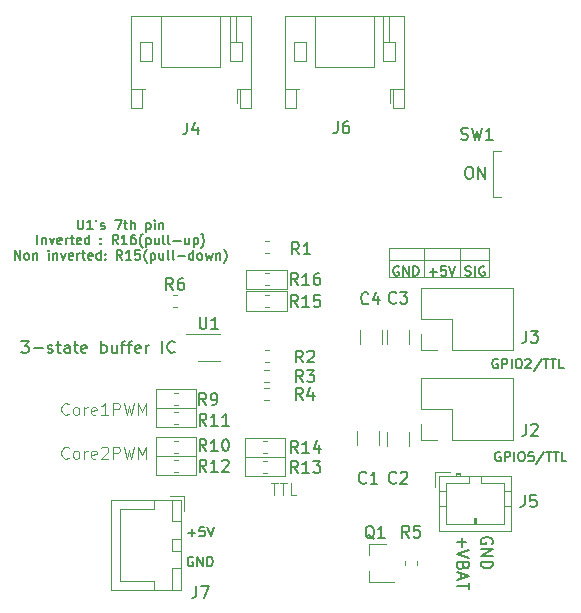
<source format=gto>
G04 #@! TF.GenerationSoftware,KiCad,Pcbnew,7.0.6*
G04 #@! TF.CreationDate,2023-07-11T17:22:40+08:00*
G04 #@! TF.ProjectId,m5-pantilt,6d352d70-616e-4746-996c-742e6b696361,1*
G04 #@! TF.SameCoordinates,PX5f5e100PY5f5e100*
G04 #@! TF.FileFunction,Legend,Top*
G04 #@! TF.FilePolarity,Positive*
%FSLAX46Y46*%
G04 Gerber Fmt 4.6, Leading zero omitted, Abs format (unit mm)*
G04 Created by KiCad (PCBNEW 7.0.6) date 2023-07-11 17:22:40*
%MOMM*%
%LPD*%
G01*
G04 APERTURE LIST*
%ADD10C,0.120000*%
%ADD11C,0.150000*%
%ADD12C,0.125000*%
G04 APERTURE END LIST*
D10*
X33750000Y29200000D02*
X42250000Y29200000D01*
X42250000Y29200000D02*
X42250000Y31700000D01*
X42250000Y31700000D02*
X33750000Y31700000D01*
X33750000Y31700000D02*
X33750000Y29200000D01*
X36750000Y31700000D02*
X36750000Y29200000D01*
X39750000Y31700000D02*
X39750000Y29200000D01*
X33750000Y30700000D02*
X42250000Y30700000D01*
X21600000Y12350000D02*
X21600000Y15600000D01*
X14050000Y15700000D02*
X17450000Y15700000D01*
X14050000Y14050000D02*
X17450000Y14050000D01*
X17450000Y12450000D02*
X14050000Y12450000D01*
X17450000Y15700000D02*
X17450000Y12450000D01*
X14050000Y12450000D02*
X14050000Y15700000D01*
X14050000Y16500000D02*
X14050000Y19750000D01*
X14050000Y18100000D02*
X17450000Y18100000D01*
X14050000Y19750000D02*
X17450000Y19750000D01*
X17450000Y16500000D02*
X14050000Y16500000D01*
X17450000Y19750000D02*
X17450000Y16500000D01*
X25100000Y29850000D02*
X25100000Y28200000D01*
X21700000Y29850000D02*
X25100000Y29850000D01*
X21700000Y28200000D02*
X21700000Y29850000D01*
X21700000Y28200000D02*
X25100000Y28200000D01*
X21700000Y28000000D02*
X25100000Y28000000D01*
X25100000Y28000000D02*
X25100000Y26350000D01*
X21700000Y26350000D02*
X21700000Y28000000D01*
X21700000Y26350000D02*
X25100000Y26350000D01*
X25000000Y15600000D02*
X25000000Y12350000D01*
X21600000Y13950000D02*
X25000000Y13950000D01*
X25000000Y12350000D02*
X21600000Y12350000D01*
X21600000Y15600000D02*
X25000000Y15600000D01*
X42579000Y39901600D02*
X43214000Y39901600D01*
X43214000Y35991600D02*
X42579000Y35991600D01*
X42579000Y35991600D02*
X42579000Y39901600D01*
D11*
X43186666Y14369610D02*
X43110476Y14407705D01*
X43110476Y14407705D02*
X42996190Y14407705D01*
X42996190Y14407705D02*
X42881904Y14369610D01*
X42881904Y14369610D02*
X42805714Y14293420D01*
X42805714Y14293420D02*
X42767619Y14217229D01*
X42767619Y14217229D02*
X42729523Y14064848D01*
X42729523Y14064848D02*
X42729523Y13950562D01*
X42729523Y13950562D02*
X42767619Y13798181D01*
X42767619Y13798181D02*
X42805714Y13721991D01*
X42805714Y13721991D02*
X42881904Y13645800D01*
X42881904Y13645800D02*
X42996190Y13607705D01*
X42996190Y13607705D02*
X43072381Y13607705D01*
X43072381Y13607705D02*
X43186666Y13645800D01*
X43186666Y13645800D02*
X43224762Y13683896D01*
X43224762Y13683896D02*
X43224762Y13950562D01*
X43224762Y13950562D02*
X43072381Y13950562D01*
X43567619Y13607705D02*
X43567619Y14407705D01*
X43567619Y14407705D02*
X43872381Y14407705D01*
X43872381Y14407705D02*
X43948571Y14369610D01*
X43948571Y14369610D02*
X43986666Y14331515D01*
X43986666Y14331515D02*
X44024762Y14255324D01*
X44024762Y14255324D02*
X44024762Y14141039D01*
X44024762Y14141039D02*
X43986666Y14064848D01*
X43986666Y14064848D02*
X43948571Y14026753D01*
X43948571Y14026753D02*
X43872381Y13988658D01*
X43872381Y13988658D02*
X43567619Y13988658D01*
X44367619Y13607705D02*
X44367619Y14407705D01*
X44900952Y14407705D02*
X45053333Y14407705D01*
X45053333Y14407705D02*
X45129523Y14369610D01*
X45129523Y14369610D02*
X45205714Y14293420D01*
X45205714Y14293420D02*
X45243809Y14141039D01*
X45243809Y14141039D02*
X45243809Y13874372D01*
X45243809Y13874372D02*
X45205714Y13721991D01*
X45205714Y13721991D02*
X45129523Y13645800D01*
X45129523Y13645800D02*
X45053333Y13607705D01*
X45053333Y13607705D02*
X44900952Y13607705D01*
X44900952Y13607705D02*
X44824761Y13645800D01*
X44824761Y13645800D02*
X44748571Y13721991D01*
X44748571Y13721991D02*
X44710475Y13874372D01*
X44710475Y13874372D02*
X44710475Y14141039D01*
X44710475Y14141039D02*
X44748571Y14293420D01*
X44748571Y14293420D02*
X44824761Y14369610D01*
X44824761Y14369610D02*
X44900952Y14407705D01*
X45967618Y14407705D02*
X45586666Y14407705D01*
X45586666Y14407705D02*
X45548570Y14026753D01*
X45548570Y14026753D02*
X45586666Y14064848D01*
X45586666Y14064848D02*
X45662856Y14102943D01*
X45662856Y14102943D02*
X45853332Y14102943D01*
X45853332Y14102943D02*
X45929523Y14064848D01*
X45929523Y14064848D02*
X45967618Y14026753D01*
X45967618Y14026753D02*
X46005713Y13950562D01*
X46005713Y13950562D02*
X46005713Y13760086D01*
X46005713Y13760086D02*
X45967618Y13683896D01*
X45967618Y13683896D02*
X45929523Y13645800D01*
X45929523Y13645800D02*
X45853332Y13607705D01*
X45853332Y13607705D02*
X45662856Y13607705D01*
X45662856Y13607705D02*
X45586666Y13645800D01*
X45586666Y13645800D02*
X45548570Y13683896D01*
X46919999Y14445800D02*
X46234285Y13417229D01*
X47072380Y14407705D02*
X47529523Y14407705D01*
X47300951Y13607705D02*
X47300951Y14407705D01*
X47681904Y14407705D02*
X48139047Y14407705D01*
X47910475Y13607705D02*
X47910475Y14407705D01*
X48786666Y13607705D02*
X48405714Y13607705D01*
X48405714Y13607705D02*
X48405714Y14407705D01*
D12*
X6649999Y17639120D02*
X6602380Y17591500D01*
X6602380Y17591500D02*
X6459523Y17543881D01*
X6459523Y17543881D02*
X6364285Y17543881D01*
X6364285Y17543881D02*
X6221428Y17591500D01*
X6221428Y17591500D02*
X6126190Y17686739D01*
X6126190Y17686739D02*
X6078571Y17781977D01*
X6078571Y17781977D02*
X6030952Y17972453D01*
X6030952Y17972453D02*
X6030952Y18115310D01*
X6030952Y18115310D02*
X6078571Y18305786D01*
X6078571Y18305786D02*
X6126190Y18401024D01*
X6126190Y18401024D02*
X6221428Y18496262D01*
X6221428Y18496262D02*
X6364285Y18543881D01*
X6364285Y18543881D02*
X6459523Y18543881D01*
X6459523Y18543881D02*
X6602380Y18496262D01*
X6602380Y18496262D02*
X6649999Y18448643D01*
X7221428Y17543881D02*
X7126190Y17591500D01*
X7126190Y17591500D02*
X7078571Y17639120D01*
X7078571Y17639120D02*
X7030952Y17734358D01*
X7030952Y17734358D02*
X7030952Y18020072D01*
X7030952Y18020072D02*
X7078571Y18115310D01*
X7078571Y18115310D02*
X7126190Y18162929D01*
X7126190Y18162929D02*
X7221428Y18210548D01*
X7221428Y18210548D02*
X7364285Y18210548D01*
X7364285Y18210548D02*
X7459523Y18162929D01*
X7459523Y18162929D02*
X7507142Y18115310D01*
X7507142Y18115310D02*
X7554761Y18020072D01*
X7554761Y18020072D02*
X7554761Y17734358D01*
X7554761Y17734358D02*
X7507142Y17639120D01*
X7507142Y17639120D02*
X7459523Y17591500D01*
X7459523Y17591500D02*
X7364285Y17543881D01*
X7364285Y17543881D02*
X7221428Y17543881D01*
X7983333Y17543881D02*
X7983333Y18210548D01*
X7983333Y18020072D02*
X8030952Y18115310D01*
X8030952Y18115310D02*
X8078571Y18162929D01*
X8078571Y18162929D02*
X8173809Y18210548D01*
X8173809Y18210548D02*
X8269047Y18210548D01*
X8983333Y17591500D02*
X8888095Y17543881D01*
X8888095Y17543881D02*
X8697619Y17543881D01*
X8697619Y17543881D02*
X8602381Y17591500D01*
X8602381Y17591500D02*
X8554762Y17686739D01*
X8554762Y17686739D02*
X8554762Y18067691D01*
X8554762Y18067691D02*
X8602381Y18162929D01*
X8602381Y18162929D02*
X8697619Y18210548D01*
X8697619Y18210548D02*
X8888095Y18210548D01*
X8888095Y18210548D02*
X8983333Y18162929D01*
X8983333Y18162929D02*
X9030952Y18067691D01*
X9030952Y18067691D02*
X9030952Y17972453D01*
X9030952Y17972453D02*
X8554762Y17877215D01*
X9983333Y17543881D02*
X9411905Y17543881D01*
X9697619Y17543881D02*
X9697619Y18543881D01*
X9697619Y18543881D02*
X9602381Y18401024D01*
X9602381Y18401024D02*
X9507143Y18305786D01*
X9507143Y18305786D02*
X9411905Y18258167D01*
X10411905Y17543881D02*
X10411905Y18543881D01*
X10411905Y18543881D02*
X10792857Y18543881D01*
X10792857Y18543881D02*
X10888095Y18496262D01*
X10888095Y18496262D02*
X10935714Y18448643D01*
X10935714Y18448643D02*
X10983333Y18353405D01*
X10983333Y18353405D02*
X10983333Y18210548D01*
X10983333Y18210548D02*
X10935714Y18115310D01*
X10935714Y18115310D02*
X10888095Y18067691D01*
X10888095Y18067691D02*
X10792857Y18020072D01*
X10792857Y18020072D02*
X10411905Y18020072D01*
X11316667Y18543881D02*
X11554762Y17543881D01*
X11554762Y17543881D02*
X11745238Y18258167D01*
X11745238Y18258167D02*
X11935714Y17543881D01*
X11935714Y17543881D02*
X12173810Y18543881D01*
X12554762Y17543881D02*
X12554762Y18543881D01*
X12554762Y18543881D02*
X12888095Y17829596D01*
X12888095Y17829596D02*
X13221428Y18543881D01*
X13221428Y18543881D02*
X13221428Y17543881D01*
X6649999Y13939120D02*
X6602380Y13891500D01*
X6602380Y13891500D02*
X6459523Y13843881D01*
X6459523Y13843881D02*
X6364285Y13843881D01*
X6364285Y13843881D02*
X6221428Y13891500D01*
X6221428Y13891500D02*
X6126190Y13986739D01*
X6126190Y13986739D02*
X6078571Y14081977D01*
X6078571Y14081977D02*
X6030952Y14272453D01*
X6030952Y14272453D02*
X6030952Y14415310D01*
X6030952Y14415310D02*
X6078571Y14605786D01*
X6078571Y14605786D02*
X6126190Y14701024D01*
X6126190Y14701024D02*
X6221428Y14796262D01*
X6221428Y14796262D02*
X6364285Y14843881D01*
X6364285Y14843881D02*
X6459523Y14843881D01*
X6459523Y14843881D02*
X6602380Y14796262D01*
X6602380Y14796262D02*
X6649999Y14748643D01*
X7221428Y13843881D02*
X7126190Y13891500D01*
X7126190Y13891500D02*
X7078571Y13939120D01*
X7078571Y13939120D02*
X7030952Y14034358D01*
X7030952Y14034358D02*
X7030952Y14320072D01*
X7030952Y14320072D02*
X7078571Y14415310D01*
X7078571Y14415310D02*
X7126190Y14462929D01*
X7126190Y14462929D02*
X7221428Y14510548D01*
X7221428Y14510548D02*
X7364285Y14510548D01*
X7364285Y14510548D02*
X7459523Y14462929D01*
X7459523Y14462929D02*
X7507142Y14415310D01*
X7507142Y14415310D02*
X7554761Y14320072D01*
X7554761Y14320072D02*
X7554761Y14034358D01*
X7554761Y14034358D02*
X7507142Y13939120D01*
X7507142Y13939120D02*
X7459523Y13891500D01*
X7459523Y13891500D02*
X7364285Y13843881D01*
X7364285Y13843881D02*
X7221428Y13843881D01*
X7983333Y13843881D02*
X7983333Y14510548D01*
X7983333Y14320072D02*
X8030952Y14415310D01*
X8030952Y14415310D02*
X8078571Y14462929D01*
X8078571Y14462929D02*
X8173809Y14510548D01*
X8173809Y14510548D02*
X8269047Y14510548D01*
X8983333Y13891500D02*
X8888095Y13843881D01*
X8888095Y13843881D02*
X8697619Y13843881D01*
X8697619Y13843881D02*
X8602381Y13891500D01*
X8602381Y13891500D02*
X8554762Y13986739D01*
X8554762Y13986739D02*
X8554762Y14367691D01*
X8554762Y14367691D02*
X8602381Y14462929D01*
X8602381Y14462929D02*
X8697619Y14510548D01*
X8697619Y14510548D02*
X8888095Y14510548D01*
X8888095Y14510548D02*
X8983333Y14462929D01*
X8983333Y14462929D02*
X9030952Y14367691D01*
X9030952Y14367691D02*
X9030952Y14272453D01*
X9030952Y14272453D02*
X8554762Y14177215D01*
X9411905Y14748643D02*
X9459524Y14796262D01*
X9459524Y14796262D02*
X9554762Y14843881D01*
X9554762Y14843881D02*
X9792857Y14843881D01*
X9792857Y14843881D02*
X9888095Y14796262D01*
X9888095Y14796262D02*
X9935714Y14748643D01*
X9935714Y14748643D02*
X9983333Y14653405D01*
X9983333Y14653405D02*
X9983333Y14558167D01*
X9983333Y14558167D02*
X9935714Y14415310D01*
X9935714Y14415310D02*
X9364286Y13843881D01*
X9364286Y13843881D02*
X9983333Y13843881D01*
X10411905Y13843881D02*
X10411905Y14843881D01*
X10411905Y14843881D02*
X10792857Y14843881D01*
X10792857Y14843881D02*
X10888095Y14796262D01*
X10888095Y14796262D02*
X10935714Y14748643D01*
X10935714Y14748643D02*
X10983333Y14653405D01*
X10983333Y14653405D02*
X10983333Y14510548D01*
X10983333Y14510548D02*
X10935714Y14415310D01*
X10935714Y14415310D02*
X10888095Y14367691D01*
X10888095Y14367691D02*
X10792857Y14320072D01*
X10792857Y14320072D02*
X10411905Y14320072D01*
X11316667Y14843881D02*
X11554762Y13843881D01*
X11554762Y13843881D02*
X11745238Y14558167D01*
X11745238Y14558167D02*
X11935714Y13843881D01*
X11935714Y13843881D02*
X12173810Y14843881D01*
X12554762Y13843881D02*
X12554762Y14843881D01*
X12554762Y14843881D02*
X12888095Y14129596D01*
X12888095Y14129596D02*
X13221428Y14843881D01*
X13221428Y14843881D02*
X13221428Y13843881D01*
D11*
X34590476Y30099610D02*
X34514286Y30137705D01*
X34514286Y30137705D02*
X34400000Y30137705D01*
X34400000Y30137705D02*
X34285714Y30099610D01*
X34285714Y30099610D02*
X34209524Y30023420D01*
X34209524Y30023420D02*
X34171429Y29947229D01*
X34171429Y29947229D02*
X34133333Y29794848D01*
X34133333Y29794848D02*
X34133333Y29680562D01*
X34133333Y29680562D02*
X34171429Y29528181D01*
X34171429Y29528181D02*
X34209524Y29451991D01*
X34209524Y29451991D02*
X34285714Y29375800D01*
X34285714Y29375800D02*
X34400000Y29337705D01*
X34400000Y29337705D02*
X34476191Y29337705D01*
X34476191Y29337705D02*
X34590476Y29375800D01*
X34590476Y29375800D02*
X34628572Y29413896D01*
X34628572Y29413896D02*
X34628572Y29680562D01*
X34628572Y29680562D02*
X34476191Y29680562D01*
X34971429Y29337705D02*
X34971429Y30137705D01*
X34971429Y30137705D02*
X35428572Y29337705D01*
X35428572Y29337705D02*
X35428572Y30137705D01*
X35809524Y29337705D02*
X35809524Y30137705D01*
X35809524Y30137705D02*
X36000000Y30137705D01*
X36000000Y30137705D02*
X36114286Y30099610D01*
X36114286Y30099610D02*
X36190476Y30023420D01*
X36190476Y30023420D02*
X36228571Y29947229D01*
X36228571Y29947229D02*
X36266667Y29794848D01*
X36266667Y29794848D02*
X36266667Y29680562D01*
X36266667Y29680562D02*
X36228571Y29528181D01*
X36228571Y29528181D02*
X36190476Y29451991D01*
X36190476Y29451991D02*
X36114286Y29375800D01*
X36114286Y29375800D02*
X36000000Y29337705D01*
X36000000Y29337705D02*
X35809524Y29337705D01*
X37219048Y29642467D02*
X37828572Y29642467D01*
X37523810Y29337705D02*
X37523810Y29947229D01*
X38590476Y30137705D02*
X38209524Y30137705D01*
X38209524Y30137705D02*
X38171428Y29756753D01*
X38171428Y29756753D02*
X38209524Y29794848D01*
X38209524Y29794848D02*
X38285714Y29832943D01*
X38285714Y29832943D02*
X38476190Y29832943D01*
X38476190Y29832943D02*
X38552381Y29794848D01*
X38552381Y29794848D02*
X38590476Y29756753D01*
X38590476Y29756753D02*
X38628571Y29680562D01*
X38628571Y29680562D02*
X38628571Y29490086D01*
X38628571Y29490086D02*
X38590476Y29413896D01*
X38590476Y29413896D02*
X38552381Y29375800D01*
X38552381Y29375800D02*
X38476190Y29337705D01*
X38476190Y29337705D02*
X38285714Y29337705D01*
X38285714Y29337705D02*
X38209524Y29375800D01*
X38209524Y29375800D02*
X38171428Y29413896D01*
X38857143Y30137705D02*
X39123810Y29337705D01*
X39123810Y29337705D02*
X39390476Y30137705D01*
X40228571Y29375800D02*
X40342857Y29337705D01*
X40342857Y29337705D02*
X40533333Y29337705D01*
X40533333Y29337705D02*
X40609524Y29375800D01*
X40609524Y29375800D02*
X40647619Y29413896D01*
X40647619Y29413896D02*
X40685714Y29490086D01*
X40685714Y29490086D02*
X40685714Y29566277D01*
X40685714Y29566277D02*
X40647619Y29642467D01*
X40647619Y29642467D02*
X40609524Y29680562D01*
X40609524Y29680562D02*
X40533333Y29718658D01*
X40533333Y29718658D02*
X40380952Y29756753D01*
X40380952Y29756753D02*
X40304762Y29794848D01*
X40304762Y29794848D02*
X40266667Y29832943D01*
X40266667Y29832943D02*
X40228571Y29909134D01*
X40228571Y29909134D02*
X40228571Y29985324D01*
X40228571Y29985324D02*
X40266667Y30061515D01*
X40266667Y30061515D02*
X40304762Y30099610D01*
X40304762Y30099610D02*
X40380952Y30137705D01*
X40380952Y30137705D02*
X40571429Y30137705D01*
X40571429Y30137705D02*
X40685714Y30099610D01*
X41028572Y29337705D02*
X41028572Y30137705D01*
X41828571Y30099610D02*
X41752381Y30137705D01*
X41752381Y30137705D02*
X41638095Y30137705D01*
X41638095Y30137705D02*
X41523809Y30099610D01*
X41523809Y30099610D02*
X41447619Y30023420D01*
X41447619Y30023420D02*
X41409524Y29947229D01*
X41409524Y29947229D02*
X41371428Y29794848D01*
X41371428Y29794848D02*
X41371428Y29680562D01*
X41371428Y29680562D02*
X41409524Y29528181D01*
X41409524Y29528181D02*
X41447619Y29451991D01*
X41447619Y29451991D02*
X41523809Y29375800D01*
X41523809Y29375800D02*
X41638095Y29337705D01*
X41638095Y29337705D02*
X41714286Y29337705D01*
X41714286Y29337705D02*
X41828571Y29375800D01*
X41828571Y29375800D02*
X41866667Y29413896D01*
X41866667Y29413896D02*
X41866667Y29680562D01*
X41866667Y29680562D02*
X41714286Y29680562D01*
X16751429Y7562467D02*
X17360953Y7562467D01*
X17056191Y7257705D02*
X17056191Y7867229D01*
X18122857Y8057705D02*
X17741905Y8057705D01*
X17741905Y8057705D02*
X17703809Y7676753D01*
X17703809Y7676753D02*
X17741905Y7714848D01*
X17741905Y7714848D02*
X17818095Y7752943D01*
X17818095Y7752943D02*
X18008571Y7752943D01*
X18008571Y7752943D02*
X18084762Y7714848D01*
X18084762Y7714848D02*
X18122857Y7676753D01*
X18122857Y7676753D02*
X18160952Y7600562D01*
X18160952Y7600562D02*
X18160952Y7410086D01*
X18160952Y7410086D02*
X18122857Y7333896D01*
X18122857Y7333896D02*
X18084762Y7295800D01*
X18084762Y7295800D02*
X18008571Y7257705D01*
X18008571Y7257705D02*
X17818095Y7257705D01*
X17818095Y7257705D02*
X17741905Y7295800D01*
X17741905Y7295800D02*
X17703809Y7333896D01*
X18389524Y8057705D02*
X18656191Y7257705D01*
X18656191Y7257705D02*
X18922857Y8057705D01*
X7430952Y34075705D02*
X7430952Y33428086D01*
X7430952Y33428086D02*
X7469047Y33351896D01*
X7469047Y33351896D02*
X7507142Y33313800D01*
X7507142Y33313800D02*
X7583333Y33275705D01*
X7583333Y33275705D02*
X7735714Y33275705D01*
X7735714Y33275705D02*
X7811904Y33313800D01*
X7811904Y33313800D02*
X7849999Y33351896D01*
X7849999Y33351896D02*
X7888095Y33428086D01*
X7888095Y33428086D02*
X7888095Y34075705D01*
X8688094Y33275705D02*
X8230951Y33275705D01*
X8459523Y33275705D02*
X8459523Y34075705D01*
X8459523Y34075705D02*
X8383332Y33961420D01*
X8383332Y33961420D02*
X8307142Y33885229D01*
X8307142Y33885229D02*
X8230951Y33847134D01*
X9069047Y34075705D02*
X8992856Y33923324D01*
X9373808Y33313800D02*
X9449999Y33275705D01*
X9449999Y33275705D02*
X9602380Y33275705D01*
X9602380Y33275705D02*
X9678570Y33313800D01*
X9678570Y33313800D02*
X9716666Y33389991D01*
X9716666Y33389991D02*
X9716666Y33428086D01*
X9716666Y33428086D02*
X9678570Y33504277D01*
X9678570Y33504277D02*
X9602380Y33542372D01*
X9602380Y33542372D02*
X9488094Y33542372D01*
X9488094Y33542372D02*
X9411904Y33580467D01*
X9411904Y33580467D02*
X9373808Y33656658D01*
X9373808Y33656658D02*
X9373808Y33694753D01*
X9373808Y33694753D02*
X9411904Y33770943D01*
X9411904Y33770943D02*
X9488094Y33809039D01*
X9488094Y33809039D02*
X9602380Y33809039D01*
X9602380Y33809039D02*
X9678570Y33770943D01*
X10592856Y34075705D02*
X11126190Y34075705D01*
X11126190Y34075705D02*
X10783332Y33275705D01*
X11316666Y33809039D02*
X11621428Y33809039D01*
X11430952Y34075705D02*
X11430952Y33389991D01*
X11430952Y33389991D02*
X11469047Y33313800D01*
X11469047Y33313800D02*
X11545237Y33275705D01*
X11545237Y33275705D02*
X11621428Y33275705D01*
X11888095Y33275705D02*
X11888095Y34075705D01*
X12230952Y33275705D02*
X12230952Y33694753D01*
X12230952Y33694753D02*
X12192857Y33770943D01*
X12192857Y33770943D02*
X12116666Y33809039D01*
X12116666Y33809039D02*
X12002380Y33809039D01*
X12002380Y33809039D02*
X11926190Y33770943D01*
X11926190Y33770943D02*
X11888095Y33732848D01*
X13221429Y33809039D02*
X13221429Y33009039D01*
X13221429Y33770943D02*
X13297619Y33809039D01*
X13297619Y33809039D02*
X13450000Y33809039D01*
X13450000Y33809039D02*
X13526191Y33770943D01*
X13526191Y33770943D02*
X13564286Y33732848D01*
X13564286Y33732848D02*
X13602381Y33656658D01*
X13602381Y33656658D02*
X13602381Y33428086D01*
X13602381Y33428086D02*
X13564286Y33351896D01*
X13564286Y33351896D02*
X13526191Y33313800D01*
X13526191Y33313800D02*
X13450000Y33275705D01*
X13450000Y33275705D02*
X13297619Y33275705D01*
X13297619Y33275705D02*
X13221429Y33313800D01*
X13945239Y33275705D02*
X13945239Y33809039D01*
X13945239Y34075705D02*
X13907143Y34037610D01*
X13907143Y34037610D02*
X13945239Y33999515D01*
X13945239Y33999515D02*
X13983334Y34037610D01*
X13983334Y34037610D02*
X13945239Y34075705D01*
X13945239Y34075705D02*
X13945239Y33999515D01*
X14326191Y33809039D02*
X14326191Y33275705D01*
X14326191Y33732848D02*
X14364286Y33770943D01*
X14364286Y33770943D02*
X14440476Y33809039D01*
X14440476Y33809039D02*
X14554762Y33809039D01*
X14554762Y33809039D02*
X14630953Y33770943D01*
X14630953Y33770943D02*
X14669048Y33694753D01*
X14669048Y33694753D02*
X14669048Y33275705D01*
X4002380Y31987705D02*
X4002380Y32787705D01*
X4383332Y32521039D02*
X4383332Y31987705D01*
X4383332Y32444848D02*
X4421427Y32482943D01*
X4421427Y32482943D02*
X4497617Y32521039D01*
X4497617Y32521039D02*
X4611903Y32521039D01*
X4611903Y32521039D02*
X4688094Y32482943D01*
X4688094Y32482943D02*
X4726189Y32406753D01*
X4726189Y32406753D02*
X4726189Y31987705D01*
X5030951Y32521039D02*
X5221427Y31987705D01*
X5221427Y31987705D02*
X5411904Y32521039D01*
X6021428Y32025800D02*
X5945237Y31987705D01*
X5945237Y31987705D02*
X5792856Y31987705D01*
X5792856Y31987705D02*
X5716666Y32025800D01*
X5716666Y32025800D02*
X5678570Y32101991D01*
X5678570Y32101991D02*
X5678570Y32406753D01*
X5678570Y32406753D02*
X5716666Y32482943D01*
X5716666Y32482943D02*
X5792856Y32521039D01*
X5792856Y32521039D02*
X5945237Y32521039D01*
X5945237Y32521039D02*
X6021428Y32482943D01*
X6021428Y32482943D02*
X6059523Y32406753D01*
X6059523Y32406753D02*
X6059523Y32330562D01*
X6059523Y32330562D02*
X5678570Y32254372D01*
X6402380Y31987705D02*
X6402380Y32521039D01*
X6402380Y32368658D02*
X6440475Y32444848D01*
X6440475Y32444848D02*
X6478570Y32482943D01*
X6478570Y32482943D02*
X6554761Y32521039D01*
X6554761Y32521039D02*
X6630951Y32521039D01*
X6783332Y32521039D02*
X7088094Y32521039D01*
X6897618Y32787705D02*
X6897618Y32101991D01*
X6897618Y32101991D02*
X6935713Y32025800D01*
X6935713Y32025800D02*
X7011903Y31987705D01*
X7011903Y31987705D02*
X7088094Y31987705D01*
X7659523Y32025800D02*
X7583332Y31987705D01*
X7583332Y31987705D02*
X7430951Y31987705D01*
X7430951Y31987705D02*
X7354761Y32025800D01*
X7354761Y32025800D02*
X7316665Y32101991D01*
X7316665Y32101991D02*
X7316665Y32406753D01*
X7316665Y32406753D02*
X7354761Y32482943D01*
X7354761Y32482943D02*
X7430951Y32521039D01*
X7430951Y32521039D02*
X7583332Y32521039D01*
X7583332Y32521039D02*
X7659523Y32482943D01*
X7659523Y32482943D02*
X7697618Y32406753D01*
X7697618Y32406753D02*
X7697618Y32330562D01*
X7697618Y32330562D02*
X7316665Y32254372D01*
X8383332Y31987705D02*
X8383332Y32787705D01*
X8383332Y32025800D02*
X8307141Y31987705D01*
X8307141Y31987705D02*
X8154760Y31987705D01*
X8154760Y31987705D02*
X8078570Y32025800D01*
X8078570Y32025800D02*
X8040475Y32063896D01*
X8040475Y32063896D02*
X8002379Y32140086D01*
X8002379Y32140086D02*
X8002379Y32368658D01*
X8002379Y32368658D02*
X8040475Y32444848D01*
X8040475Y32444848D02*
X8078570Y32482943D01*
X8078570Y32482943D02*
X8154760Y32521039D01*
X8154760Y32521039D02*
X8307141Y32521039D01*
X8307141Y32521039D02*
X8383332Y32482943D01*
X9373809Y32063896D02*
X9411904Y32025800D01*
X9411904Y32025800D02*
X9373809Y31987705D01*
X9373809Y31987705D02*
X9335713Y32025800D01*
X9335713Y32025800D02*
X9373809Y32063896D01*
X9373809Y32063896D02*
X9373809Y31987705D01*
X9373809Y32482943D02*
X9411904Y32444848D01*
X9411904Y32444848D02*
X9373809Y32406753D01*
X9373809Y32406753D02*
X9335713Y32444848D01*
X9335713Y32444848D02*
X9373809Y32482943D01*
X9373809Y32482943D02*
X9373809Y32406753D01*
X10821428Y31987705D02*
X10554761Y32368658D01*
X10364285Y31987705D02*
X10364285Y32787705D01*
X10364285Y32787705D02*
X10669047Y32787705D01*
X10669047Y32787705D02*
X10745237Y32749610D01*
X10745237Y32749610D02*
X10783332Y32711515D01*
X10783332Y32711515D02*
X10821428Y32635324D01*
X10821428Y32635324D02*
X10821428Y32521039D01*
X10821428Y32521039D02*
X10783332Y32444848D01*
X10783332Y32444848D02*
X10745237Y32406753D01*
X10745237Y32406753D02*
X10669047Y32368658D01*
X10669047Y32368658D02*
X10364285Y32368658D01*
X11583332Y31987705D02*
X11126189Y31987705D01*
X11354761Y31987705D02*
X11354761Y32787705D01*
X11354761Y32787705D02*
X11278570Y32673420D01*
X11278570Y32673420D02*
X11202380Y32597229D01*
X11202380Y32597229D02*
X11126189Y32559134D01*
X12269047Y32787705D02*
X12116666Y32787705D01*
X12116666Y32787705D02*
X12040475Y32749610D01*
X12040475Y32749610D02*
X12002380Y32711515D01*
X12002380Y32711515D02*
X11926190Y32597229D01*
X11926190Y32597229D02*
X11888094Y32444848D01*
X11888094Y32444848D02*
X11888094Y32140086D01*
X11888094Y32140086D02*
X11926190Y32063896D01*
X11926190Y32063896D02*
X11964285Y32025800D01*
X11964285Y32025800D02*
X12040475Y31987705D01*
X12040475Y31987705D02*
X12192856Y31987705D01*
X12192856Y31987705D02*
X12269047Y32025800D01*
X12269047Y32025800D02*
X12307142Y32063896D01*
X12307142Y32063896D02*
X12345237Y32140086D01*
X12345237Y32140086D02*
X12345237Y32330562D01*
X12345237Y32330562D02*
X12307142Y32406753D01*
X12307142Y32406753D02*
X12269047Y32444848D01*
X12269047Y32444848D02*
X12192856Y32482943D01*
X12192856Y32482943D02*
X12040475Y32482943D01*
X12040475Y32482943D02*
X11964285Y32444848D01*
X11964285Y32444848D02*
X11926190Y32406753D01*
X11926190Y32406753D02*
X11888094Y32330562D01*
X12916666Y31682943D02*
X12878571Y31721039D01*
X12878571Y31721039D02*
X12802380Y31835324D01*
X12802380Y31835324D02*
X12764285Y31911515D01*
X12764285Y31911515D02*
X12726190Y32025800D01*
X12726190Y32025800D02*
X12688095Y32216277D01*
X12688095Y32216277D02*
X12688095Y32368658D01*
X12688095Y32368658D02*
X12726190Y32559134D01*
X12726190Y32559134D02*
X12764285Y32673420D01*
X12764285Y32673420D02*
X12802380Y32749610D01*
X12802380Y32749610D02*
X12878571Y32863896D01*
X12878571Y32863896D02*
X12916666Y32901991D01*
X13221428Y32521039D02*
X13221428Y31721039D01*
X13221428Y32482943D02*
X13297618Y32521039D01*
X13297618Y32521039D02*
X13449999Y32521039D01*
X13449999Y32521039D02*
X13526190Y32482943D01*
X13526190Y32482943D02*
X13564285Y32444848D01*
X13564285Y32444848D02*
X13602380Y32368658D01*
X13602380Y32368658D02*
X13602380Y32140086D01*
X13602380Y32140086D02*
X13564285Y32063896D01*
X13564285Y32063896D02*
X13526190Y32025800D01*
X13526190Y32025800D02*
X13449999Y31987705D01*
X13449999Y31987705D02*
X13297618Y31987705D01*
X13297618Y31987705D02*
X13221428Y32025800D01*
X14288095Y32521039D02*
X14288095Y31987705D01*
X13945238Y32521039D02*
X13945238Y32101991D01*
X13945238Y32101991D02*
X13983333Y32025800D01*
X13983333Y32025800D02*
X14059523Y31987705D01*
X14059523Y31987705D02*
X14173809Y31987705D01*
X14173809Y31987705D02*
X14250000Y32025800D01*
X14250000Y32025800D02*
X14288095Y32063896D01*
X14783333Y31987705D02*
X14707143Y32025800D01*
X14707143Y32025800D02*
X14669048Y32101991D01*
X14669048Y32101991D02*
X14669048Y32787705D01*
X15202381Y31987705D02*
X15126191Y32025800D01*
X15126191Y32025800D02*
X15088096Y32101991D01*
X15088096Y32101991D02*
X15088096Y32787705D01*
X15507144Y32292467D02*
X16116668Y32292467D01*
X16840477Y32521039D02*
X16840477Y31987705D01*
X16497620Y32521039D02*
X16497620Y32101991D01*
X16497620Y32101991D02*
X16535715Y32025800D01*
X16535715Y32025800D02*
X16611905Y31987705D01*
X16611905Y31987705D02*
X16726191Y31987705D01*
X16726191Y31987705D02*
X16802382Y32025800D01*
X16802382Y32025800D02*
X16840477Y32063896D01*
X17221430Y32521039D02*
X17221430Y31721039D01*
X17221430Y32482943D02*
X17297620Y32521039D01*
X17297620Y32521039D02*
X17450001Y32521039D01*
X17450001Y32521039D02*
X17526192Y32482943D01*
X17526192Y32482943D02*
X17564287Y32444848D01*
X17564287Y32444848D02*
X17602382Y32368658D01*
X17602382Y32368658D02*
X17602382Y32140086D01*
X17602382Y32140086D02*
X17564287Y32063896D01*
X17564287Y32063896D02*
X17526192Y32025800D01*
X17526192Y32025800D02*
X17450001Y31987705D01*
X17450001Y31987705D02*
X17297620Y31987705D01*
X17297620Y31987705D02*
X17221430Y32025800D01*
X17869049Y31682943D02*
X17907144Y31721039D01*
X17907144Y31721039D02*
X17983335Y31835324D01*
X17983335Y31835324D02*
X18021430Y31911515D01*
X18021430Y31911515D02*
X18059525Y32025800D01*
X18059525Y32025800D02*
X18097621Y32216277D01*
X18097621Y32216277D02*
X18097621Y32368658D01*
X18097621Y32368658D02*
X18059525Y32559134D01*
X18059525Y32559134D02*
X18021430Y32673420D01*
X18021430Y32673420D02*
X17983335Y32749610D01*
X17983335Y32749610D02*
X17907144Y32863896D01*
X17907144Y32863896D02*
X17869049Y32901991D01*
X2078570Y30699705D02*
X2078570Y31499705D01*
X2078570Y31499705D02*
X2535713Y30699705D01*
X2535713Y30699705D02*
X2535713Y31499705D01*
X3030950Y30699705D02*
X2954760Y30737800D01*
X2954760Y30737800D02*
X2916665Y30775896D01*
X2916665Y30775896D02*
X2878569Y30852086D01*
X2878569Y30852086D02*
X2878569Y31080658D01*
X2878569Y31080658D02*
X2916665Y31156848D01*
X2916665Y31156848D02*
X2954760Y31194943D01*
X2954760Y31194943D02*
X3030950Y31233039D01*
X3030950Y31233039D02*
X3145236Y31233039D01*
X3145236Y31233039D02*
X3221427Y31194943D01*
X3221427Y31194943D02*
X3259522Y31156848D01*
X3259522Y31156848D02*
X3297617Y31080658D01*
X3297617Y31080658D02*
X3297617Y30852086D01*
X3297617Y30852086D02*
X3259522Y30775896D01*
X3259522Y30775896D02*
X3221427Y30737800D01*
X3221427Y30737800D02*
X3145236Y30699705D01*
X3145236Y30699705D02*
X3030950Y30699705D01*
X3640475Y31233039D02*
X3640475Y30699705D01*
X3640475Y31156848D02*
X3678570Y31194943D01*
X3678570Y31194943D02*
X3754760Y31233039D01*
X3754760Y31233039D02*
X3869046Y31233039D01*
X3869046Y31233039D02*
X3945237Y31194943D01*
X3945237Y31194943D02*
X3983332Y31118753D01*
X3983332Y31118753D02*
X3983332Y30699705D01*
X4973809Y30699705D02*
X4973809Y31233039D01*
X4973809Y31499705D02*
X4935713Y31461610D01*
X4935713Y31461610D02*
X4973809Y31423515D01*
X4973809Y31423515D02*
X5011904Y31461610D01*
X5011904Y31461610D02*
X4973809Y31499705D01*
X4973809Y31499705D02*
X4973809Y31423515D01*
X5354761Y31233039D02*
X5354761Y30699705D01*
X5354761Y31156848D02*
X5392856Y31194943D01*
X5392856Y31194943D02*
X5469046Y31233039D01*
X5469046Y31233039D02*
X5583332Y31233039D01*
X5583332Y31233039D02*
X5659523Y31194943D01*
X5659523Y31194943D02*
X5697618Y31118753D01*
X5697618Y31118753D02*
X5697618Y30699705D01*
X6002380Y31233039D02*
X6192856Y30699705D01*
X6192856Y30699705D02*
X6383333Y31233039D01*
X6992857Y30737800D02*
X6916666Y30699705D01*
X6916666Y30699705D02*
X6764285Y30699705D01*
X6764285Y30699705D02*
X6688095Y30737800D01*
X6688095Y30737800D02*
X6649999Y30813991D01*
X6649999Y30813991D02*
X6649999Y31118753D01*
X6649999Y31118753D02*
X6688095Y31194943D01*
X6688095Y31194943D02*
X6764285Y31233039D01*
X6764285Y31233039D02*
X6916666Y31233039D01*
X6916666Y31233039D02*
X6992857Y31194943D01*
X6992857Y31194943D02*
X7030952Y31118753D01*
X7030952Y31118753D02*
X7030952Y31042562D01*
X7030952Y31042562D02*
X6649999Y30966372D01*
X7373809Y30699705D02*
X7373809Y31233039D01*
X7373809Y31080658D02*
X7411904Y31156848D01*
X7411904Y31156848D02*
X7449999Y31194943D01*
X7449999Y31194943D02*
X7526190Y31233039D01*
X7526190Y31233039D02*
X7602380Y31233039D01*
X7754761Y31233039D02*
X8059523Y31233039D01*
X7869047Y31499705D02*
X7869047Y30813991D01*
X7869047Y30813991D02*
X7907142Y30737800D01*
X7907142Y30737800D02*
X7983332Y30699705D01*
X7983332Y30699705D02*
X8059523Y30699705D01*
X8630952Y30737800D02*
X8554761Y30699705D01*
X8554761Y30699705D02*
X8402380Y30699705D01*
X8402380Y30699705D02*
X8326190Y30737800D01*
X8326190Y30737800D02*
X8288094Y30813991D01*
X8288094Y30813991D02*
X8288094Y31118753D01*
X8288094Y31118753D02*
X8326190Y31194943D01*
X8326190Y31194943D02*
X8402380Y31233039D01*
X8402380Y31233039D02*
X8554761Y31233039D01*
X8554761Y31233039D02*
X8630952Y31194943D01*
X8630952Y31194943D02*
X8669047Y31118753D01*
X8669047Y31118753D02*
X8669047Y31042562D01*
X8669047Y31042562D02*
X8288094Y30966372D01*
X9354761Y30699705D02*
X9354761Y31499705D01*
X9354761Y30737800D02*
X9278570Y30699705D01*
X9278570Y30699705D02*
X9126189Y30699705D01*
X9126189Y30699705D02*
X9049999Y30737800D01*
X9049999Y30737800D02*
X9011904Y30775896D01*
X9011904Y30775896D02*
X8973808Y30852086D01*
X8973808Y30852086D02*
X8973808Y31080658D01*
X8973808Y31080658D02*
X9011904Y31156848D01*
X9011904Y31156848D02*
X9049999Y31194943D01*
X9049999Y31194943D02*
X9126189Y31233039D01*
X9126189Y31233039D02*
X9278570Y31233039D01*
X9278570Y31233039D02*
X9354761Y31194943D01*
X9735714Y30775896D02*
X9773809Y30737800D01*
X9773809Y30737800D02*
X9735714Y30699705D01*
X9735714Y30699705D02*
X9697618Y30737800D01*
X9697618Y30737800D02*
X9735714Y30775896D01*
X9735714Y30775896D02*
X9735714Y30699705D01*
X9735714Y31194943D02*
X9773809Y31156848D01*
X9773809Y31156848D02*
X9735714Y31118753D01*
X9735714Y31118753D02*
X9697618Y31156848D01*
X9697618Y31156848D02*
X9735714Y31194943D01*
X9735714Y31194943D02*
X9735714Y31118753D01*
X11183333Y30699705D02*
X10916666Y31080658D01*
X10726190Y30699705D02*
X10726190Y31499705D01*
X10726190Y31499705D02*
X11030952Y31499705D01*
X11030952Y31499705D02*
X11107142Y31461610D01*
X11107142Y31461610D02*
X11145237Y31423515D01*
X11145237Y31423515D02*
X11183333Y31347324D01*
X11183333Y31347324D02*
X11183333Y31233039D01*
X11183333Y31233039D02*
X11145237Y31156848D01*
X11145237Y31156848D02*
X11107142Y31118753D01*
X11107142Y31118753D02*
X11030952Y31080658D01*
X11030952Y31080658D02*
X10726190Y31080658D01*
X11945237Y30699705D02*
X11488094Y30699705D01*
X11716666Y30699705D02*
X11716666Y31499705D01*
X11716666Y31499705D02*
X11640475Y31385420D01*
X11640475Y31385420D02*
X11564285Y31309229D01*
X11564285Y31309229D02*
X11488094Y31271134D01*
X12669047Y31499705D02*
X12288095Y31499705D01*
X12288095Y31499705D02*
X12249999Y31118753D01*
X12249999Y31118753D02*
X12288095Y31156848D01*
X12288095Y31156848D02*
X12364285Y31194943D01*
X12364285Y31194943D02*
X12554761Y31194943D01*
X12554761Y31194943D02*
X12630952Y31156848D01*
X12630952Y31156848D02*
X12669047Y31118753D01*
X12669047Y31118753D02*
X12707142Y31042562D01*
X12707142Y31042562D02*
X12707142Y30852086D01*
X12707142Y30852086D02*
X12669047Y30775896D01*
X12669047Y30775896D02*
X12630952Y30737800D01*
X12630952Y30737800D02*
X12554761Y30699705D01*
X12554761Y30699705D02*
X12364285Y30699705D01*
X12364285Y30699705D02*
X12288095Y30737800D01*
X12288095Y30737800D02*
X12249999Y30775896D01*
X13278571Y30394943D02*
X13240476Y30433039D01*
X13240476Y30433039D02*
X13164285Y30547324D01*
X13164285Y30547324D02*
X13126190Y30623515D01*
X13126190Y30623515D02*
X13088095Y30737800D01*
X13088095Y30737800D02*
X13050000Y30928277D01*
X13050000Y30928277D02*
X13050000Y31080658D01*
X13050000Y31080658D02*
X13088095Y31271134D01*
X13088095Y31271134D02*
X13126190Y31385420D01*
X13126190Y31385420D02*
X13164285Y31461610D01*
X13164285Y31461610D02*
X13240476Y31575896D01*
X13240476Y31575896D02*
X13278571Y31613991D01*
X13583333Y31233039D02*
X13583333Y30433039D01*
X13583333Y31194943D02*
X13659523Y31233039D01*
X13659523Y31233039D02*
X13811904Y31233039D01*
X13811904Y31233039D02*
X13888095Y31194943D01*
X13888095Y31194943D02*
X13926190Y31156848D01*
X13926190Y31156848D02*
X13964285Y31080658D01*
X13964285Y31080658D02*
X13964285Y30852086D01*
X13964285Y30852086D02*
X13926190Y30775896D01*
X13926190Y30775896D02*
X13888095Y30737800D01*
X13888095Y30737800D02*
X13811904Y30699705D01*
X13811904Y30699705D02*
X13659523Y30699705D01*
X13659523Y30699705D02*
X13583333Y30737800D01*
X14650000Y31233039D02*
X14650000Y30699705D01*
X14307143Y31233039D02*
X14307143Y30813991D01*
X14307143Y30813991D02*
X14345238Y30737800D01*
X14345238Y30737800D02*
X14421428Y30699705D01*
X14421428Y30699705D02*
X14535714Y30699705D01*
X14535714Y30699705D02*
X14611905Y30737800D01*
X14611905Y30737800D02*
X14650000Y30775896D01*
X15145238Y30699705D02*
X15069048Y30737800D01*
X15069048Y30737800D02*
X15030953Y30813991D01*
X15030953Y30813991D02*
X15030953Y31499705D01*
X15564286Y30699705D02*
X15488096Y30737800D01*
X15488096Y30737800D02*
X15450001Y30813991D01*
X15450001Y30813991D02*
X15450001Y31499705D01*
X15869049Y31004467D02*
X16478573Y31004467D01*
X17202382Y30699705D02*
X17202382Y31499705D01*
X17202382Y30737800D02*
X17126191Y30699705D01*
X17126191Y30699705D02*
X16973810Y30699705D01*
X16973810Y30699705D02*
X16897620Y30737800D01*
X16897620Y30737800D02*
X16859525Y30775896D01*
X16859525Y30775896D02*
X16821429Y30852086D01*
X16821429Y30852086D02*
X16821429Y31080658D01*
X16821429Y31080658D02*
X16859525Y31156848D01*
X16859525Y31156848D02*
X16897620Y31194943D01*
X16897620Y31194943D02*
X16973810Y31233039D01*
X16973810Y31233039D02*
X17126191Y31233039D01*
X17126191Y31233039D02*
X17202382Y31194943D01*
X17697620Y30699705D02*
X17621430Y30737800D01*
X17621430Y30737800D02*
X17583335Y30775896D01*
X17583335Y30775896D02*
X17545239Y30852086D01*
X17545239Y30852086D02*
X17545239Y31080658D01*
X17545239Y31080658D02*
X17583335Y31156848D01*
X17583335Y31156848D02*
X17621430Y31194943D01*
X17621430Y31194943D02*
X17697620Y31233039D01*
X17697620Y31233039D02*
X17811906Y31233039D01*
X17811906Y31233039D02*
X17888097Y31194943D01*
X17888097Y31194943D02*
X17926192Y31156848D01*
X17926192Y31156848D02*
X17964287Y31080658D01*
X17964287Y31080658D02*
X17964287Y30852086D01*
X17964287Y30852086D02*
X17926192Y30775896D01*
X17926192Y30775896D02*
X17888097Y30737800D01*
X17888097Y30737800D02*
X17811906Y30699705D01*
X17811906Y30699705D02*
X17697620Y30699705D01*
X18230954Y31233039D02*
X18383335Y30699705D01*
X18383335Y30699705D02*
X18535716Y31080658D01*
X18535716Y31080658D02*
X18688097Y30699705D01*
X18688097Y30699705D02*
X18840478Y31233039D01*
X19145240Y31233039D02*
X19145240Y30699705D01*
X19145240Y31156848D02*
X19183335Y31194943D01*
X19183335Y31194943D02*
X19259525Y31233039D01*
X19259525Y31233039D02*
X19373811Y31233039D01*
X19373811Y31233039D02*
X19450002Y31194943D01*
X19450002Y31194943D02*
X19488097Y31118753D01*
X19488097Y31118753D02*
X19488097Y30699705D01*
X19792859Y30394943D02*
X19830954Y30433039D01*
X19830954Y30433039D02*
X19907145Y30547324D01*
X19907145Y30547324D02*
X19945240Y30623515D01*
X19945240Y30623515D02*
X19983335Y30737800D01*
X19983335Y30737800D02*
X20021431Y30928277D01*
X20021431Y30928277D02*
X20021431Y31080658D01*
X20021431Y31080658D02*
X19983335Y31271134D01*
X19983335Y31271134D02*
X19945240Y31385420D01*
X19945240Y31385420D02*
X19907145Y31461610D01*
X19907145Y31461610D02*
X19830954Y31575896D01*
X19830954Y31575896D02*
X19792859Y31613991D01*
X17170476Y5479610D02*
X17094286Y5517705D01*
X17094286Y5517705D02*
X16980000Y5517705D01*
X16980000Y5517705D02*
X16865714Y5479610D01*
X16865714Y5479610D02*
X16789524Y5403420D01*
X16789524Y5403420D02*
X16751429Y5327229D01*
X16751429Y5327229D02*
X16713333Y5174848D01*
X16713333Y5174848D02*
X16713333Y5060562D01*
X16713333Y5060562D02*
X16751429Y4908181D01*
X16751429Y4908181D02*
X16789524Y4831991D01*
X16789524Y4831991D02*
X16865714Y4755800D01*
X16865714Y4755800D02*
X16980000Y4717705D01*
X16980000Y4717705D02*
X17056191Y4717705D01*
X17056191Y4717705D02*
X17170476Y4755800D01*
X17170476Y4755800D02*
X17208572Y4793896D01*
X17208572Y4793896D02*
X17208572Y5060562D01*
X17208572Y5060562D02*
X17056191Y5060562D01*
X17551429Y4717705D02*
X17551429Y5517705D01*
X17551429Y5517705D02*
X18008572Y4717705D01*
X18008572Y4717705D02*
X18008572Y5517705D01*
X18389524Y4717705D02*
X18389524Y5517705D01*
X18389524Y5517705D02*
X18580000Y5517705D01*
X18580000Y5517705D02*
X18694286Y5479610D01*
X18694286Y5479610D02*
X18770476Y5403420D01*
X18770476Y5403420D02*
X18808571Y5327229D01*
X18808571Y5327229D02*
X18846667Y5174848D01*
X18846667Y5174848D02*
X18846667Y5060562D01*
X18846667Y5060562D02*
X18808571Y4908181D01*
X18808571Y4908181D02*
X18770476Y4831991D01*
X18770476Y4831991D02*
X18694286Y4755800D01*
X18694286Y4755800D02*
X18580000Y4717705D01*
X18580000Y4717705D02*
X18389524Y4717705D01*
X42497561Y6639412D02*
X42545180Y6734650D01*
X42545180Y6734650D02*
X42545180Y6877507D01*
X42545180Y6877507D02*
X42497561Y7020364D01*
X42497561Y7020364D02*
X42402323Y7115602D01*
X42402323Y7115602D02*
X42307085Y7163221D01*
X42307085Y7163221D02*
X42116609Y7210840D01*
X42116609Y7210840D02*
X41973752Y7210840D01*
X41973752Y7210840D02*
X41783276Y7163221D01*
X41783276Y7163221D02*
X41688038Y7115602D01*
X41688038Y7115602D02*
X41592800Y7020364D01*
X41592800Y7020364D02*
X41545180Y6877507D01*
X41545180Y6877507D02*
X41545180Y6782269D01*
X41545180Y6782269D02*
X41592800Y6639412D01*
X41592800Y6639412D02*
X41640419Y6591793D01*
X41640419Y6591793D02*
X41973752Y6591793D01*
X41973752Y6591793D02*
X41973752Y6782269D01*
X41545180Y6163221D02*
X42545180Y6163221D01*
X42545180Y6163221D02*
X41545180Y5591793D01*
X41545180Y5591793D02*
X42545180Y5591793D01*
X41545180Y5115602D02*
X42545180Y5115602D01*
X42545180Y5115602D02*
X42545180Y4877507D01*
X42545180Y4877507D02*
X42497561Y4734650D01*
X42497561Y4734650D02*
X42402323Y4639412D01*
X42402323Y4639412D02*
X42307085Y4591793D01*
X42307085Y4591793D02*
X42116609Y4544174D01*
X42116609Y4544174D02*
X41973752Y4544174D01*
X41973752Y4544174D02*
X41783276Y4591793D01*
X41783276Y4591793D02*
X41688038Y4639412D01*
X41688038Y4639412D02*
X41592800Y4734650D01*
X41592800Y4734650D02*
X41545180Y4877507D01*
X41545180Y4877507D02*
X41545180Y5115602D01*
X39926133Y7163221D02*
X39926133Y6401316D01*
X39545180Y6782269D02*
X40307085Y6782269D01*
X40545180Y6067983D02*
X39545180Y5734650D01*
X39545180Y5734650D02*
X40545180Y5401317D01*
X40068990Y4734650D02*
X40021371Y4591793D01*
X40021371Y4591793D02*
X39973752Y4544174D01*
X39973752Y4544174D02*
X39878514Y4496555D01*
X39878514Y4496555D02*
X39735657Y4496555D01*
X39735657Y4496555D02*
X39640419Y4544174D01*
X39640419Y4544174D02*
X39592800Y4591793D01*
X39592800Y4591793D02*
X39545180Y4687031D01*
X39545180Y4687031D02*
X39545180Y5067983D01*
X39545180Y5067983D02*
X40545180Y5067983D01*
X40545180Y5067983D02*
X40545180Y4734650D01*
X40545180Y4734650D02*
X40497561Y4639412D01*
X40497561Y4639412D02*
X40449942Y4591793D01*
X40449942Y4591793D02*
X40354704Y4544174D01*
X40354704Y4544174D02*
X40259466Y4544174D01*
X40259466Y4544174D02*
X40164228Y4591793D01*
X40164228Y4591793D02*
X40116609Y4639412D01*
X40116609Y4639412D02*
X40068990Y4734650D01*
X40068990Y4734650D02*
X40068990Y5067983D01*
X39830895Y4115602D02*
X39830895Y3639412D01*
X39545180Y4210840D02*
X40545180Y3877507D01*
X40545180Y3877507D02*
X39545180Y3544174D01*
X40545180Y3353697D02*
X40545180Y2782269D01*
X39545180Y3067983D02*
X40545180Y3067983D01*
X42958066Y22243610D02*
X42881876Y22281705D01*
X42881876Y22281705D02*
X42767590Y22281705D01*
X42767590Y22281705D02*
X42653304Y22243610D01*
X42653304Y22243610D02*
X42577114Y22167420D01*
X42577114Y22167420D02*
X42539019Y22091229D01*
X42539019Y22091229D02*
X42500923Y21938848D01*
X42500923Y21938848D02*
X42500923Y21824562D01*
X42500923Y21824562D02*
X42539019Y21672181D01*
X42539019Y21672181D02*
X42577114Y21595991D01*
X42577114Y21595991D02*
X42653304Y21519800D01*
X42653304Y21519800D02*
X42767590Y21481705D01*
X42767590Y21481705D02*
X42843781Y21481705D01*
X42843781Y21481705D02*
X42958066Y21519800D01*
X42958066Y21519800D02*
X42996162Y21557896D01*
X42996162Y21557896D02*
X42996162Y21824562D01*
X42996162Y21824562D02*
X42843781Y21824562D01*
X43339019Y21481705D02*
X43339019Y22281705D01*
X43339019Y22281705D02*
X43643781Y22281705D01*
X43643781Y22281705D02*
X43719971Y22243610D01*
X43719971Y22243610D02*
X43758066Y22205515D01*
X43758066Y22205515D02*
X43796162Y22129324D01*
X43796162Y22129324D02*
X43796162Y22015039D01*
X43796162Y22015039D02*
X43758066Y21938848D01*
X43758066Y21938848D02*
X43719971Y21900753D01*
X43719971Y21900753D02*
X43643781Y21862658D01*
X43643781Y21862658D02*
X43339019Y21862658D01*
X44139019Y21481705D02*
X44139019Y22281705D01*
X44672352Y22281705D02*
X44824733Y22281705D01*
X44824733Y22281705D02*
X44900923Y22243610D01*
X44900923Y22243610D02*
X44977114Y22167420D01*
X44977114Y22167420D02*
X45015209Y22015039D01*
X45015209Y22015039D02*
X45015209Y21748372D01*
X45015209Y21748372D02*
X44977114Y21595991D01*
X44977114Y21595991D02*
X44900923Y21519800D01*
X44900923Y21519800D02*
X44824733Y21481705D01*
X44824733Y21481705D02*
X44672352Y21481705D01*
X44672352Y21481705D02*
X44596161Y21519800D01*
X44596161Y21519800D02*
X44519971Y21595991D01*
X44519971Y21595991D02*
X44481875Y21748372D01*
X44481875Y21748372D02*
X44481875Y22015039D01*
X44481875Y22015039D02*
X44519971Y22167420D01*
X44519971Y22167420D02*
X44596161Y22243610D01*
X44596161Y22243610D02*
X44672352Y22281705D01*
X45319970Y22205515D02*
X45358066Y22243610D01*
X45358066Y22243610D02*
X45434256Y22281705D01*
X45434256Y22281705D02*
X45624732Y22281705D01*
X45624732Y22281705D02*
X45700923Y22243610D01*
X45700923Y22243610D02*
X45739018Y22205515D01*
X45739018Y22205515D02*
X45777113Y22129324D01*
X45777113Y22129324D02*
X45777113Y22053134D01*
X45777113Y22053134D02*
X45739018Y21938848D01*
X45739018Y21938848D02*
X45281875Y21481705D01*
X45281875Y21481705D02*
X45777113Y21481705D01*
X46691399Y22319800D02*
X46005685Y21291229D01*
X46843780Y22281705D02*
X47300923Y22281705D01*
X47072351Y21481705D02*
X47072351Y22281705D01*
X47453304Y22281705D02*
X47910447Y22281705D01*
X47681875Y21481705D02*
X47681875Y22281705D01*
X48558066Y21481705D02*
X48177114Y21481705D01*
X48177114Y21481705D02*
X48177114Y22281705D01*
D12*
X23778571Y11793881D02*
X24349999Y11793881D01*
X24064285Y10793881D02*
X24064285Y11793881D01*
X24540476Y11793881D02*
X25111904Y11793881D01*
X24826190Y10793881D02*
X24826190Y11793881D01*
X25921428Y10793881D02*
X25445238Y10793881D01*
X25445238Y10793881D02*
X25445238Y11793881D01*
D11*
X2626189Y23795181D02*
X3245236Y23795181D01*
X3245236Y23795181D02*
X2911903Y23414229D01*
X2911903Y23414229D02*
X3054760Y23414229D01*
X3054760Y23414229D02*
X3149998Y23366610D01*
X3149998Y23366610D02*
X3197617Y23318991D01*
X3197617Y23318991D02*
X3245236Y23223753D01*
X3245236Y23223753D02*
X3245236Y22985658D01*
X3245236Y22985658D02*
X3197617Y22890420D01*
X3197617Y22890420D02*
X3149998Y22842800D01*
X3149998Y22842800D02*
X3054760Y22795181D01*
X3054760Y22795181D02*
X2769046Y22795181D01*
X2769046Y22795181D02*
X2673808Y22842800D01*
X2673808Y22842800D02*
X2626189Y22890420D01*
X3673808Y23176134D02*
X4435713Y23176134D01*
X4864284Y22842800D02*
X4959522Y22795181D01*
X4959522Y22795181D02*
X5149998Y22795181D01*
X5149998Y22795181D02*
X5245236Y22842800D01*
X5245236Y22842800D02*
X5292855Y22938039D01*
X5292855Y22938039D02*
X5292855Y22985658D01*
X5292855Y22985658D02*
X5245236Y23080896D01*
X5245236Y23080896D02*
X5149998Y23128515D01*
X5149998Y23128515D02*
X5007141Y23128515D01*
X5007141Y23128515D02*
X4911903Y23176134D01*
X4911903Y23176134D02*
X4864284Y23271372D01*
X4864284Y23271372D02*
X4864284Y23318991D01*
X4864284Y23318991D02*
X4911903Y23414229D01*
X4911903Y23414229D02*
X5007141Y23461848D01*
X5007141Y23461848D02*
X5149998Y23461848D01*
X5149998Y23461848D02*
X5245236Y23414229D01*
X5578570Y23461848D02*
X5959522Y23461848D01*
X5721427Y23795181D02*
X5721427Y22938039D01*
X5721427Y22938039D02*
X5769046Y22842800D01*
X5769046Y22842800D02*
X5864284Y22795181D01*
X5864284Y22795181D02*
X5959522Y22795181D01*
X6721427Y22795181D02*
X6721427Y23318991D01*
X6721427Y23318991D02*
X6673808Y23414229D01*
X6673808Y23414229D02*
X6578570Y23461848D01*
X6578570Y23461848D02*
X6388094Y23461848D01*
X6388094Y23461848D02*
X6292856Y23414229D01*
X6721427Y22842800D02*
X6626189Y22795181D01*
X6626189Y22795181D02*
X6388094Y22795181D01*
X6388094Y22795181D02*
X6292856Y22842800D01*
X6292856Y22842800D02*
X6245237Y22938039D01*
X6245237Y22938039D02*
X6245237Y23033277D01*
X6245237Y23033277D02*
X6292856Y23128515D01*
X6292856Y23128515D02*
X6388094Y23176134D01*
X6388094Y23176134D02*
X6626189Y23176134D01*
X6626189Y23176134D02*
X6721427Y23223753D01*
X7054761Y23461848D02*
X7435713Y23461848D01*
X7197618Y23795181D02*
X7197618Y22938039D01*
X7197618Y22938039D02*
X7245237Y22842800D01*
X7245237Y22842800D02*
X7340475Y22795181D01*
X7340475Y22795181D02*
X7435713Y22795181D01*
X8149999Y22842800D02*
X8054761Y22795181D01*
X8054761Y22795181D02*
X7864285Y22795181D01*
X7864285Y22795181D02*
X7769047Y22842800D01*
X7769047Y22842800D02*
X7721428Y22938039D01*
X7721428Y22938039D02*
X7721428Y23318991D01*
X7721428Y23318991D02*
X7769047Y23414229D01*
X7769047Y23414229D02*
X7864285Y23461848D01*
X7864285Y23461848D02*
X8054761Y23461848D01*
X8054761Y23461848D02*
X8149999Y23414229D01*
X8149999Y23414229D02*
X8197618Y23318991D01*
X8197618Y23318991D02*
X8197618Y23223753D01*
X8197618Y23223753D02*
X7721428Y23128515D01*
X9388095Y22795181D02*
X9388095Y23795181D01*
X9388095Y23414229D02*
X9483333Y23461848D01*
X9483333Y23461848D02*
X9673809Y23461848D01*
X9673809Y23461848D02*
X9769047Y23414229D01*
X9769047Y23414229D02*
X9816666Y23366610D01*
X9816666Y23366610D02*
X9864285Y23271372D01*
X9864285Y23271372D02*
X9864285Y22985658D01*
X9864285Y22985658D02*
X9816666Y22890420D01*
X9816666Y22890420D02*
X9769047Y22842800D01*
X9769047Y22842800D02*
X9673809Y22795181D01*
X9673809Y22795181D02*
X9483333Y22795181D01*
X9483333Y22795181D02*
X9388095Y22842800D01*
X10721428Y23461848D02*
X10721428Y22795181D01*
X10292857Y23461848D02*
X10292857Y22938039D01*
X10292857Y22938039D02*
X10340476Y22842800D01*
X10340476Y22842800D02*
X10435714Y22795181D01*
X10435714Y22795181D02*
X10578571Y22795181D01*
X10578571Y22795181D02*
X10673809Y22842800D01*
X10673809Y22842800D02*
X10721428Y22890420D01*
X11054762Y23461848D02*
X11435714Y23461848D01*
X11197619Y22795181D02*
X11197619Y23652324D01*
X11197619Y23652324D02*
X11245238Y23747562D01*
X11245238Y23747562D02*
X11340476Y23795181D01*
X11340476Y23795181D02*
X11435714Y23795181D01*
X11626191Y23461848D02*
X12007143Y23461848D01*
X11769048Y22795181D02*
X11769048Y23652324D01*
X11769048Y23652324D02*
X11816667Y23747562D01*
X11816667Y23747562D02*
X11911905Y23795181D01*
X11911905Y23795181D02*
X12007143Y23795181D01*
X12721429Y22842800D02*
X12626191Y22795181D01*
X12626191Y22795181D02*
X12435715Y22795181D01*
X12435715Y22795181D02*
X12340477Y22842800D01*
X12340477Y22842800D02*
X12292858Y22938039D01*
X12292858Y22938039D02*
X12292858Y23318991D01*
X12292858Y23318991D02*
X12340477Y23414229D01*
X12340477Y23414229D02*
X12435715Y23461848D01*
X12435715Y23461848D02*
X12626191Y23461848D01*
X12626191Y23461848D02*
X12721429Y23414229D01*
X12721429Y23414229D02*
X12769048Y23318991D01*
X12769048Y23318991D02*
X12769048Y23223753D01*
X12769048Y23223753D02*
X12292858Y23128515D01*
X13197620Y22795181D02*
X13197620Y23461848D01*
X13197620Y23271372D02*
X13245239Y23366610D01*
X13245239Y23366610D02*
X13292858Y23414229D01*
X13292858Y23414229D02*
X13388096Y23461848D01*
X13388096Y23461848D02*
X13483334Y23461848D01*
X14578573Y22795181D02*
X14578573Y23795181D01*
X15626191Y22890420D02*
X15578572Y22842800D01*
X15578572Y22842800D02*
X15435715Y22795181D01*
X15435715Y22795181D02*
X15340477Y22795181D01*
X15340477Y22795181D02*
X15197620Y22842800D01*
X15197620Y22842800D02*
X15102382Y22938039D01*
X15102382Y22938039D02*
X15054763Y23033277D01*
X15054763Y23033277D02*
X15007144Y23223753D01*
X15007144Y23223753D02*
X15007144Y23366610D01*
X15007144Y23366610D02*
X15054763Y23557086D01*
X15054763Y23557086D02*
X15102382Y23652324D01*
X15102382Y23652324D02*
X15197620Y23747562D01*
X15197620Y23747562D02*
X15340477Y23795181D01*
X15340477Y23795181D02*
X15435715Y23795181D01*
X15435715Y23795181D02*
X15578572Y23747562D01*
X15578572Y23747562D02*
X15626191Y23699943D01*
X40464952Y38546781D02*
X40655428Y38546781D01*
X40655428Y38546781D02*
X40750666Y38499162D01*
X40750666Y38499162D02*
X40845904Y38403924D01*
X40845904Y38403924D02*
X40893523Y38213448D01*
X40893523Y38213448D02*
X40893523Y37880115D01*
X40893523Y37880115D02*
X40845904Y37689639D01*
X40845904Y37689639D02*
X40750666Y37594400D01*
X40750666Y37594400D02*
X40655428Y37546781D01*
X40655428Y37546781D02*
X40464952Y37546781D01*
X40464952Y37546781D02*
X40369714Y37594400D01*
X40369714Y37594400D02*
X40274476Y37689639D01*
X40274476Y37689639D02*
X40226857Y37880115D01*
X40226857Y37880115D02*
X40226857Y38213448D01*
X40226857Y38213448D02*
X40274476Y38403924D01*
X40274476Y38403924D02*
X40369714Y38499162D01*
X40369714Y38499162D02*
X40464952Y38546781D01*
X41322095Y37546781D02*
X41322095Y38546781D01*
X41322095Y38546781D02*
X41893523Y37546781D01*
X41893523Y37546781D02*
X41893523Y38546781D01*
X45386666Y16801181D02*
X45386666Y16086896D01*
X45386666Y16086896D02*
X45339047Y15944039D01*
X45339047Y15944039D02*
X45243809Y15848800D01*
X45243809Y15848800D02*
X45100952Y15801181D01*
X45100952Y15801181D02*
X45005714Y15801181D01*
X45815238Y16705943D02*
X45862857Y16753562D01*
X45862857Y16753562D02*
X45958095Y16801181D01*
X45958095Y16801181D02*
X46196190Y16801181D01*
X46196190Y16801181D02*
X46291428Y16753562D01*
X46291428Y16753562D02*
X46339047Y16705943D01*
X46339047Y16705943D02*
X46386666Y16610705D01*
X46386666Y16610705D02*
X46386666Y16515467D01*
X46386666Y16515467D02*
X46339047Y16372610D01*
X46339047Y16372610D02*
X45767619Y15801181D01*
X45767619Y15801181D02*
X46386666Y15801181D01*
X45386666Y24675181D02*
X45386666Y23960896D01*
X45386666Y23960896D02*
X45339047Y23818039D01*
X45339047Y23818039D02*
X45243809Y23722800D01*
X45243809Y23722800D02*
X45100952Y23675181D01*
X45100952Y23675181D02*
X45005714Y23675181D01*
X45767619Y24675181D02*
X46386666Y24675181D01*
X46386666Y24675181D02*
X46053333Y24294229D01*
X46053333Y24294229D02*
X46196190Y24294229D01*
X46196190Y24294229D02*
X46291428Y24246610D01*
X46291428Y24246610D02*
X46339047Y24198991D01*
X46339047Y24198991D02*
X46386666Y24103753D01*
X46386666Y24103753D02*
X46386666Y23865658D01*
X46386666Y23865658D02*
X46339047Y23770420D01*
X46339047Y23770420D02*
X46291428Y23722800D01*
X46291428Y23722800D02*
X46196190Y23675181D01*
X46196190Y23675181D02*
X45910476Y23675181D01*
X45910476Y23675181D02*
X45815238Y23722800D01*
X45815238Y23722800D02*
X45767619Y23770420D01*
X29416666Y42395181D02*
X29416666Y41680896D01*
X29416666Y41680896D02*
X29369047Y41538039D01*
X29369047Y41538039D02*
X29273809Y41442800D01*
X29273809Y41442800D02*
X29130952Y41395181D01*
X29130952Y41395181D02*
X29035714Y41395181D01*
X30321428Y42395181D02*
X30130952Y42395181D01*
X30130952Y42395181D02*
X30035714Y42347562D01*
X30035714Y42347562D02*
X29988095Y42299943D01*
X29988095Y42299943D02*
X29892857Y42157086D01*
X29892857Y42157086D02*
X29845238Y41966610D01*
X29845238Y41966610D02*
X29845238Y41585658D01*
X29845238Y41585658D02*
X29892857Y41490420D01*
X29892857Y41490420D02*
X29940476Y41442800D01*
X29940476Y41442800D02*
X30035714Y41395181D01*
X30035714Y41395181D02*
X30226190Y41395181D01*
X30226190Y41395181D02*
X30321428Y41442800D01*
X30321428Y41442800D02*
X30369047Y41490420D01*
X30369047Y41490420D02*
X30416666Y41585658D01*
X30416666Y41585658D02*
X30416666Y41823753D01*
X30416666Y41823753D02*
X30369047Y41918991D01*
X30369047Y41918991D02*
X30321428Y41966610D01*
X30321428Y41966610D02*
X30226190Y42014229D01*
X30226190Y42014229D02*
X30035714Y42014229D01*
X30035714Y42014229D02*
X29940476Y41966610D01*
X29940476Y41966610D02*
X29892857Y41918991D01*
X29892857Y41918991D02*
X29845238Y41823753D01*
X17738095Y25845181D02*
X17738095Y25035658D01*
X17738095Y25035658D02*
X17785714Y24940420D01*
X17785714Y24940420D02*
X17833333Y24892800D01*
X17833333Y24892800D02*
X17928571Y24845181D01*
X17928571Y24845181D02*
X18119047Y24845181D01*
X18119047Y24845181D02*
X18214285Y24892800D01*
X18214285Y24892800D02*
X18261904Y24940420D01*
X18261904Y24940420D02*
X18309523Y25035658D01*
X18309523Y25035658D02*
X18309523Y25845181D01*
X19309523Y24845181D02*
X18738095Y24845181D01*
X19023809Y24845181D02*
X19023809Y25845181D01*
X19023809Y25845181D02*
X18928571Y25702324D01*
X18928571Y25702324D02*
X18833333Y25607086D01*
X18833333Y25607086D02*
X18738095Y25559467D01*
X45266666Y10745181D02*
X45266666Y10030896D01*
X45266666Y10030896D02*
X45219047Y9888039D01*
X45219047Y9888039D02*
X45123809Y9792800D01*
X45123809Y9792800D02*
X44980952Y9745181D01*
X44980952Y9745181D02*
X44885714Y9745181D01*
X46219047Y10745181D02*
X45742857Y10745181D01*
X45742857Y10745181D02*
X45695238Y10268991D01*
X45695238Y10268991D02*
X45742857Y10316610D01*
X45742857Y10316610D02*
X45838095Y10364229D01*
X45838095Y10364229D02*
X46076190Y10364229D01*
X46076190Y10364229D02*
X46171428Y10316610D01*
X46171428Y10316610D02*
X46219047Y10268991D01*
X46219047Y10268991D02*
X46266666Y10173753D01*
X46266666Y10173753D02*
X46266666Y9935658D01*
X46266666Y9935658D02*
X46219047Y9840420D01*
X46219047Y9840420D02*
X46171428Y9792800D01*
X46171428Y9792800D02*
X46076190Y9745181D01*
X46076190Y9745181D02*
X45838095Y9745181D01*
X45838095Y9745181D02*
X45742857Y9792800D01*
X45742857Y9792800D02*
X45695238Y9840420D01*
X16666666Y42295181D02*
X16666666Y41580896D01*
X16666666Y41580896D02*
X16619047Y41438039D01*
X16619047Y41438039D02*
X16523809Y41342800D01*
X16523809Y41342800D02*
X16380952Y41295181D01*
X16380952Y41295181D02*
X16285714Y41295181D01*
X17571428Y41961848D02*
X17571428Y41295181D01*
X17333333Y42342800D02*
X17095238Y41628515D01*
X17095238Y41628515D02*
X17714285Y41628515D01*
X26483333Y20345181D02*
X26150000Y20821372D01*
X25911905Y20345181D02*
X25911905Y21345181D01*
X25911905Y21345181D02*
X26292857Y21345181D01*
X26292857Y21345181D02*
X26388095Y21297562D01*
X26388095Y21297562D02*
X26435714Y21249943D01*
X26435714Y21249943D02*
X26483333Y21154705D01*
X26483333Y21154705D02*
X26483333Y21011848D01*
X26483333Y21011848D02*
X26435714Y20916610D01*
X26435714Y20916610D02*
X26388095Y20868991D01*
X26388095Y20868991D02*
X26292857Y20821372D01*
X26292857Y20821372D02*
X25911905Y20821372D01*
X26816667Y21345181D02*
X27435714Y21345181D01*
X27435714Y21345181D02*
X27102381Y20964229D01*
X27102381Y20964229D02*
X27245238Y20964229D01*
X27245238Y20964229D02*
X27340476Y20916610D01*
X27340476Y20916610D02*
X27388095Y20868991D01*
X27388095Y20868991D02*
X27435714Y20773753D01*
X27435714Y20773753D02*
X27435714Y20535658D01*
X27435714Y20535658D02*
X27388095Y20440420D01*
X27388095Y20440420D02*
X27340476Y20392800D01*
X27340476Y20392800D02*
X27245238Y20345181D01*
X27245238Y20345181D02*
X26959524Y20345181D01*
X26959524Y20345181D02*
X26864286Y20392800D01*
X26864286Y20392800D02*
X26816667Y20440420D01*
X26483333Y18845181D02*
X26150000Y19321372D01*
X25911905Y18845181D02*
X25911905Y19845181D01*
X25911905Y19845181D02*
X26292857Y19845181D01*
X26292857Y19845181D02*
X26388095Y19797562D01*
X26388095Y19797562D02*
X26435714Y19749943D01*
X26435714Y19749943D02*
X26483333Y19654705D01*
X26483333Y19654705D02*
X26483333Y19511848D01*
X26483333Y19511848D02*
X26435714Y19416610D01*
X26435714Y19416610D02*
X26388095Y19368991D01*
X26388095Y19368991D02*
X26292857Y19321372D01*
X26292857Y19321372D02*
X25911905Y19321372D01*
X27340476Y19511848D02*
X27340476Y18845181D01*
X27102381Y19892800D02*
X26864286Y19178515D01*
X26864286Y19178515D02*
X27483333Y19178515D01*
X17446666Y3085181D02*
X17446666Y2370896D01*
X17446666Y2370896D02*
X17399047Y2228039D01*
X17399047Y2228039D02*
X17303809Y2132800D01*
X17303809Y2132800D02*
X17160952Y2085181D01*
X17160952Y2085181D02*
X17065714Y2085181D01*
X17827619Y3085181D02*
X18494285Y3085181D01*
X18494285Y3085181D02*
X18065714Y2085181D01*
X26147733Y31145381D02*
X25814400Y31621572D01*
X25576305Y31145381D02*
X25576305Y32145381D01*
X25576305Y32145381D02*
X25957257Y32145381D01*
X25957257Y32145381D02*
X26052495Y32097762D01*
X26052495Y32097762D02*
X26100114Y32050143D01*
X26100114Y32050143D02*
X26147733Y31954905D01*
X26147733Y31954905D02*
X26147733Y31812048D01*
X26147733Y31812048D02*
X26100114Y31716810D01*
X26100114Y31716810D02*
X26052495Y31669191D01*
X26052495Y31669191D02*
X25957257Y31621572D01*
X25957257Y31621572D02*
X25576305Y31621572D01*
X27100114Y31145381D02*
X26528686Y31145381D01*
X26814400Y31145381D02*
X26814400Y32145381D01*
X26814400Y32145381D02*
X26719162Y32002524D01*
X26719162Y32002524D02*
X26623924Y31907286D01*
X26623924Y31907286D02*
X26528686Y31859667D01*
X26483333Y21995181D02*
X26150000Y22471372D01*
X25911905Y21995181D02*
X25911905Y22995181D01*
X25911905Y22995181D02*
X26292857Y22995181D01*
X26292857Y22995181D02*
X26388095Y22947562D01*
X26388095Y22947562D02*
X26435714Y22899943D01*
X26435714Y22899943D02*
X26483333Y22804705D01*
X26483333Y22804705D02*
X26483333Y22661848D01*
X26483333Y22661848D02*
X26435714Y22566610D01*
X26435714Y22566610D02*
X26388095Y22518991D01*
X26388095Y22518991D02*
X26292857Y22471372D01*
X26292857Y22471372D02*
X25911905Y22471372D01*
X26864286Y22899943D02*
X26911905Y22947562D01*
X26911905Y22947562D02*
X27007143Y22995181D01*
X27007143Y22995181D02*
X27245238Y22995181D01*
X27245238Y22995181D02*
X27340476Y22947562D01*
X27340476Y22947562D02*
X27388095Y22899943D01*
X27388095Y22899943D02*
X27435714Y22804705D01*
X27435714Y22804705D02*
X27435714Y22709467D01*
X27435714Y22709467D02*
X27388095Y22566610D01*
X27388095Y22566610D02*
X26816667Y21995181D01*
X26816667Y21995181D02*
X27435714Y21995181D01*
X34377333Y27072420D02*
X34329714Y27024800D01*
X34329714Y27024800D02*
X34186857Y26977181D01*
X34186857Y26977181D02*
X34091619Y26977181D01*
X34091619Y26977181D02*
X33948762Y27024800D01*
X33948762Y27024800D02*
X33853524Y27120039D01*
X33853524Y27120039D02*
X33805905Y27215277D01*
X33805905Y27215277D02*
X33758286Y27405753D01*
X33758286Y27405753D02*
X33758286Y27548610D01*
X33758286Y27548610D02*
X33805905Y27739086D01*
X33805905Y27739086D02*
X33853524Y27834324D01*
X33853524Y27834324D02*
X33948762Y27929562D01*
X33948762Y27929562D02*
X34091619Y27977181D01*
X34091619Y27977181D02*
X34186857Y27977181D01*
X34186857Y27977181D02*
X34329714Y27929562D01*
X34329714Y27929562D02*
X34377333Y27881943D01*
X34710667Y27977181D02*
X35329714Y27977181D01*
X35329714Y27977181D02*
X34996381Y27596229D01*
X34996381Y27596229D02*
X35139238Y27596229D01*
X35139238Y27596229D02*
X35234476Y27548610D01*
X35234476Y27548610D02*
X35282095Y27500991D01*
X35282095Y27500991D02*
X35329714Y27405753D01*
X35329714Y27405753D02*
X35329714Y27167658D01*
X35329714Y27167658D02*
X35282095Y27072420D01*
X35282095Y27072420D02*
X35234476Y27024800D01*
X35234476Y27024800D02*
X35139238Y26977181D01*
X35139238Y26977181D02*
X34853524Y26977181D01*
X34853524Y26977181D02*
X34758286Y27024800D01*
X34758286Y27024800D02*
X34710667Y27072420D01*
X32017134Y27013821D02*
X31969515Y26966201D01*
X31969515Y26966201D02*
X31826658Y26918582D01*
X31826658Y26918582D02*
X31731420Y26918582D01*
X31731420Y26918582D02*
X31588563Y26966201D01*
X31588563Y26966201D02*
X31493325Y27061440D01*
X31493325Y27061440D02*
X31445706Y27156678D01*
X31445706Y27156678D02*
X31398087Y27347154D01*
X31398087Y27347154D02*
X31398087Y27490011D01*
X31398087Y27490011D02*
X31445706Y27680487D01*
X31445706Y27680487D02*
X31493325Y27775725D01*
X31493325Y27775725D02*
X31588563Y27870963D01*
X31588563Y27870963D02*
X31731420Y27918582D01*
X31731420Y27918582D02*
X31826658Y27918582D01*
X31826658Y27918582D02*
X31969515Y27870963D01*
X31969515Y27870963D02*
X32017134Y27823344D01*
X32874277Y27585249D02*
X32874277Y26918582D01*
X32636182Y27966201D02*
X32398087Y27251916D01*
X32398087Y27251916D02*
X33017134Y27251916D01*
X31837333Y11832420D02*
X31789714Y11784800D01*
X31789714Y11784800D02*
X31646857Y11737181D01*
X31646857Y11737181D02*
X31551619Y11737181D01*
X31551619Y11737181D02*
X31408762Y11784800D01*
X31408762Y11784800D02*
X31313524Y11880039D01*
X31313524Y11880039D02*
X31265905Y11975277D01*
X31265905Y11975277D02*
X31218286Y12165753D01*
X31218286Y12165753D02*
X31218286Y12308610D01*
X31218286Y12308610D02*
X31265905Y12499086D01*
X31265905Y12499086D02*
X31313524Y12594324D01*
X31313524Y12594324D02*
X31408762Y12689562D01*
X31408762Y12689562D02*
X31551619Y12737181D01*
X31551619Y12737181D02*
X31646857Y12737181D01*
X31646857Y12737181D02*
X31789714Y12689562D01*
X31789714Y12689562D02*
X31837333Y12641943D01*
X32789714Y11737181D02*
X32218286Y11737181D01*
X32504000Y11737181D02*
X32504000Y12737181D01*
X32504000Y12737181D02*
X32408762Y12594324D01*
X32408762Y12594324D02*
X32313524Y12499086D01*
X32313524Y12499086D02*
X32218286Y12451467D01*
X32504761Y7049943D02*
X32409523Y7097562D01*
X32409523Y7097562D02*
X32314285Y7192800D01*
X32314285Y7192800D02*
X32171428Y7335658D01*
X32171428Y7335658D02*
X32076190Y7383277D01*
X32076190Y7383277D02*
X31980952Y7383277D01*
X32028571Y7145181D02*
X31933333Y7192800D01*
X31933333Y7192800D02*
X31838095Y7288039D01*
X31838095Y7288039D02*
X31790476Y7478515D01*
X31790476Y7478515D02*
X31790476Y7811848D01*
X31790476Y7811848D02*
X31838095Y8002324D01*
X31838095Y8002324D02*
X31933333Y8097562D01*
X31933333Y8097562D02*
X32028571Y8145181D01*
X32028571Y8145181D02*
X32219047Y8145181D01*
X32219047Y8145181D02*
X32314285Y8097562D01*
X32314285Y8097562D02*
X32409523Y8002324D01*
X32409523Y8002324D02*
X32457142Y7811848D01*
X32457142Y7811848D02*
X32457142Y7478515D01*
X32457142Y7478515D02*
X32409523Y7288039D01*
X32409523Y7288039D02*
X32314285Y7192800D01*
X32314285Y7192800D02*
X32219047Y7145181D01*
X32219047Y7145181D02*
X32028571Y7145181D01*
X33409523Y7145181D02*
X32838095Y7145181D01*
X33123809Y7145181D02*
X33123809Y8145181D01*
X33123809Y8145181D02*
X33028571Y8002324D01*
X33028571Y8002324D02*
X32933333Y7907086D01*
X32933333Y7907086D02*
X32838095Y7859467D01*
X35469533Y7165181D02*
X35136200Y7641372D01*
X34898105Y7165181D02*
X34898105Y8165181D01*
X34898105Y8165181D02*
X35279057Y8165181D01*
X35279057Y8165181D02*
X35374295Y8117562D01*
X35374295Y8117562D02*
X35421914Y8069943D01*
X35421914Y8069943D02*
X35469533Y7974705D01*
X35469533Y7974705D02*
X35469533Y7831848D01*
X35469533Y7831848D02*
X35421914Y7736610D01*
X35421914Y7736610D02*
X35374295Y7688991D01*
X35374295Y7688991D02*
X35279057Y7641372D01*
X35279057Y7641372D02*
X34898105Y7641372D01*
X36374295Y8165181D02*
X35898105Y8165181D01*
X35898105Y8165181D02*
X35850486Y7688991D01*
X35850486Y7688991D02*
X35898105Y7736610D01*
X35898105Y7736610D02*
X35993343Y7784229D01*
X35993343Y7784229D02*
X36231438Y7784229D01*
X36231438Y7784229D02*
X36326676Y7736610D01*
X36326676Y7736610D02*
X36374295Y7688991D01*
X36374295Y7688991D02*
X36421914Y7593753D01*
X36421914Y7593753D02*
X36421914Y7355658D01*
X36421914Y7355658D02*
X36374295Y7260420D01*
X36374295Y7260420D02*
X36326676Y7212800D01*
X36326676Y7212800D02*
X36231438Y7165181D01*
X36231438Y7165181D02*
X35993343Y7165181D01*
X35993343Y7165181D02*
X35898105Y7212800D01*
X35898105Y7212800D02*
X35850486Y7260420D01*
X15483333Y28125181D02*
X15150000Y28601372D01*
X14911905Y28125181D02*
X14911905Y29125181D01*
X14911905Y29125181D02*
X15292857Y29125181D01*
X15292857Y29125181D02*
X15388095Y29077562D01*
X15388095Y29077562D02*
X15435714Y29029943D01*
X15435714Y29029943D02*
X15483333Y28934705D01*
X15483333Y28934705D02*
X15483333Y28791848D01*
X15483333Y28791848D02*
X15435714Y28696610D01*
X15435714Y28696610D02*
X15388095Y28648991D01*
X15388095Y28648991D02*
X15292857Y28601372D01*
X15292857Y28601372D02*
X14911905Y28601372D01*
X16340476Y29125181D02*
X16150000Y29125181D01*
X16150000Y29125181D02*
X16054762Y29077562D01*
X16054762Y29077562D02*
X16007143Y29029943D01*
X16007143Y29029943D02*
X15911905Y28887086D01*
X15911905Y28887086D02*
X15864286Y28696610D01*
X15864286Y28696610D02*
X15864286Y28315658D01*
X15864286Y28315658D02*
X15911905Y28220420D01*
X15911905Y28220420D02*
X15959524Y28172800D01*
X15959524Y28172800D02*
X16054762Y28125181D01*
X16054762Y28125181D02*
X16245238Y28125181D01*
X16245238Y28125181D02*
X16340476Y28172800D01*
X16340476Y28172800D02*
X16388095Y28220420D01*
X16388095Y28220420D02*
X16435714Y28315658D01*
X16435714Y28315658D02*
X16435714Y28553753D01*
X16435714Y28553753D02*
X16388095Y28648991D01*
X16388095Y28648991D02*
X16340476Y28696610D01*
X16340476Y28696610D02*
X16245238Y28744229D01*
X16245238Y28744229D02*
X16054762Y28744229D01*
X16054762Y28744229D02*
X15959524Y28696610D01*
X15959524Y28696610D02*
X15911905Y28648991D01*
X15911905Y28648991D02*
X15864286Y28553753D01*
X18283333Y18395181D02*
X17950000Y18871372D01*
X17711905Y18395181D02*
X17711905Y19395181D01*
X17711905Y19395181D02*
X18092857Y19395181D01*
X18092857Y19395181D02*
X18188095Y19347562D01*
X18188095Y19347562D02*
X18235714Y19299943D01*
X18235714Y19299943D02*
X18283333Y19204705D01*
X18283333Y19204705D02*
X18283333Y19061848D01*
X18283333Y19061848D02*
X18235714Y18966610D01*
X18235714Y18966610D02*
X18188095Y18918991D01*
X18188095Y18918991D02*
X18092857Y18871372D01*
X18092857Y18871372D02*
X17711905Y18871372D01*
X18759524Y18395181D02*
X18950000Y18395181D01*
X18950000Y18395181D02*
X19045238Y18442800D01*
X19045238Y18442800D02*
X19092857Y18490420D01*
X19092857Y18490420D02*
X19188095Y18633277D01*
X19188095Y18633277D02*
X19235714Y18823753D01*
X19235714Y18823753D02*
X19235714Y19204705D01*
X19235714Y19204705D02*
X19188095Y19299943D01*
X19188095Y19299943D02*
X19140476Y19347562D01*
X19140476Y19347562D02*
X19045238Y19395181D01*
X19045238Y19395181D02*
X18854762Y19395181D01*
X18854762Y19395181D02*
X18759524Y19347562D01*
X18759524Y19347562D02*
X18711905Y19299943D01*
X18711905Y19299943D02*
X18664286Y19204705D01*
X18664286Y19204705D02*
X18664286Y18966610D01*
X18664286Y18966610D02*
X18711905Y18871372D01*
X18711905Y18871372D02*
X18759524Y18823753D01*
X18759524Y18823753D02*
X18854762Y18776134D01*
X18854762Y18776134D02*
X19045238Y18776134D01*
X19045238Y18776134D02*
X19140476Y18823753D01*
X19140476Y18823753D02*
X19188095Y18871372D01*
X19188095Y18871372D02*
X19235714Y18966610D01*
X18307142Y14495181D02*
X17973809Y14971372D01*
X17735714Y14495181D02*
X17735714Y15495181D01*
X17735714Y15495181D02*
X18116666Y15495181D01*
X18116666Y15495181D02*
X18211904Y15447562D01*
X18211904Y15447562D02*
X18259523Y15399943D01*
X18259523Y15399943D02*
X18307142Y15304705D01*
X18307142Y15304705D02*
X18307142Y15161848D01*
X18307142Y15161848D02*
X18259523Y15066610D01*
X18259523Y15066610D02*
X18211904Y15018991D01*
X18211904Y15018991D02*
X18116666Y14971372D01*
X18116666Y14971372D02*
X17735714Y14971372D01*
X19259523Y14495181D02*
X18688095Y14495181D01*
X18973809Y14495181D02*
X18973809Y15495181D01*
X18973809Y15495181D02*
X18878571Y15352324D01*
X18878571Y15352324D02*
X18783333Y15257086D01*
X18783333Y15257086D02*
X18688095Y15209467D01*
X19878571Y15495181D02*
X19973809Y15495181D01*
X19973809Y15495181D02*
X20069047Y15447562D01*
X20069047Y15447562D02*
X20116666Y15399943D01*
X20116666Y15399943D02*
X20164285Y15304705D01*
X20164285Y15304705D02*
X20211904Y15114229D01*
X20211904Y15114229D02*
X20211904Y14876134D01*
X20211904Y14876134D02*
X20164285Y14685658D01*
X20164285Y14685658D02*
X20116666Y14590420D01*
X20116666Y14590420D02*
X20069047Y14542800D01*
X20069047Y14542800D02*
X19973809Y14495181D01*
X19973809Y14495181D02*
X19878571Y14495181D01*
X19878571Y14495181D02*
X19783333Y14542800D01*
X19783333Y14542800D02*
X19735714Y14590420D01*
X19735714Y14590420D02*
X19688095Y14685658D01*
X19688095Y14685658D02*
X19640476Y14876134D01*
X19640476Y14876134D02*
X19640476Y15114229D01*
X19640476Y15114229D02*
X19688095Y15304705D01*
X19688095Y15304705D02*
X19735714Y15399943D01*
X19735714Y15399943D02*
X19783333Y15447562D01*
X19783333Y15447562D02*
X19878571Y15495181D01*
X18307142Y16645181D02*
X17973809Y17121372D01*
X17735714Y16645181D02*
X17735714Y17645181D01*
X17735714Y17645181D02*
X18116666Y17645181D01*
X18116666Y17645181D02*
X18211904Y17597562D01*
X18211904Y17597562D02*
X18259523Y17549943D01*
X18259523Y17549943D02*
X18307142Y17454705D01*
X18307142Y17454705D02*
X18307142Y17311848D01*
X18307142Y17311848D02*
X18259523Y17216610D01*
X18259523Y17216610D02*
X18211904Y17168991D01*
X18211904Y17168991D02*
X18116666Y17121372D01*
X18116666Y17121372D02*
X17735714Y17121372D01*
X19259523Y16645181D02*
X18688095Y16645181D01*
X18973809Y16645181D02*
X18973809Y17645181D01*
X18973809Y17645181D02*
X18878571Y17502324D01*
X18878571Y17502324D02*
X18783333Y17407086D01*
X18783333Y17407086D02*
X18688095Y17359467D01*
X20211904Y16645181D02*
X19640476Y16645181D01*
X19926190Y16645181D02*
X19926190Y17645181D01*
X19926190Y17645181D02*
X19830952Y17502324D01*
X19830952Y17502324D02*
X19735714Y17407086D01*
X19735714Y17407086D02*
X19640476Y17359467D01*
X18307142Y12745181D02*
X17973809Y13221372D01*
X17735714Y12745181D02*
X17735714Y13745181D01*
X17735714Y13745181D02*
X18116666Y13745181D01*
X18116666Y13745181D02*
X18211904Y13697562D01*
X18211904Y13697562D02*
X18259523Y13649943D01*
X18259523Y13649943D02*
X18307142Y13554705D01*
X18307142Y13554705D02*
X18307142Y13411848D01*
X18307142Y13411848D02*
X18259523Y13316610D01*
X18259523Y13316610D02*
X18211904Y13268991D01*
X18211904Y13268991D02*
X18116666Y13221372D01*
X18116666Y13221372D02*
X17735714Y13221372D01*
X19259523Y12745181D02*
X18688095Y12745181D01*
X18973809Y12745181D02*
X18973809Y13745181D01*
X18973809Y13745181D02*
X18878571Y13602324D01*
X18878571Y13602324D02*
X18783333Y13507086D01*
X18783333Y13507086D02*
X18688095Y13459467D01*
X19640476Y13649943D02*
X19688095Y13697562D01*
X19688095Y13697562D02*
X19783333Y13745181D01*
X19783333Y13745181D02*
X20021428Y13745181D01*
X20021428Y13745181D02*
X20116666Y13697562D01*
X20116666Y13697562D02*
X20164285Y13649943D01*
X20164285Y13649943D02*
X20211904Y13554705D01*
X20211904Y13554705D02*
X20211904Y13459467D01*
X20211904Y13459467D02*
X20164285Y13316610D01*
X20164285Y13316610D02*
X19592857Y12745181D01*
X19592857Y12745181D02*
X20211904Y12745181D01*
X26057142Y12645181D02*
X25723809Y13121372D01*
X25485714Y12645181D02*
X25485714Y13645181D01*
X25485714Y13645181D02*
X25866666Y13645181D01*
X25866666Y13645181D02*
X25961904Y13597562D01*
X25961904Y13597562D02*
X26009523Y13549943D01*
X26009523Y13549943D02*
X26057142Y13454705D01*
X26057142Y13454705D02*
X26057142Y13311848D01*
X26057142Y13311848D02*
X26009523Y13216610D01*
X26009523Y13216610D02*
X25961904Y13168991D01*
X25961904Y13168991D02*
X25866666Y13121372D01*
X25866666Y13121372D02*
X25485714Y13121372D01*
X27009523Y12645181D02*
X26438095Y12645181D01*
X26723809Y12645181D02*
X26723809Y13645181D01*
X26723809Y13645181D02*
X26628571Y13502324D01*
X26628571Y13502324D02*
X26533333Y13407086D01*
X26533333Y13407086D02*
X26438095Y13359467D01*
X27342857Y13645181D02*
X27961904Y13645181D01*
X27961904Y13645181D02*
X27628571Y13264229D01*
X27628571Y13264229D02*
X27771428Y13264229D01*
X27771428Y13264229D02*
X27866666Y13216610D01*
X27866666Y13216610D02*
X27914285Y13168991D01*
X27914285Y13168991D02*
X27961904Y13073753D01*
X27961904Y13073753D02*
X27961904Y12835658D01*
X27961904Y12835658D02*
X27914285Y12740420D01*
X27914285Y12740420D02*
X27866666Y12692800D01*
X27866666Y12692800D02*
X27771428Y12645181D01*
X27771428Y12645181D02*
X27485714Y12645181D01*
X27485714Y12645181D02*
X27390476Y12692800D01*
X27390476Y12692800D02*
X27342857Y12740420D01*
X26057142Y26695181D02*
X25723809Y27171372D01*
X25485714Y26695181D02*
X25485714Y27695181D01*
X25485714Y27695181D02*
X25866666Y27695181D01*
X25866666Y27695181D02*
X25961904Y27647562D01*
X25961904Y27647562D02*
X26009523Y27599943D01*
X26009523Y27599943D02*
X26057142Y27504705D01*
X26057142Y27504705D02*
X26057142Y27361848D01*
X26057142Y27361848D02*
X26009523Y27266610D01*
X26009523Y27266610D02*
X25961904Y27218991D01*
X25961904Y27218991D02*
X25866666Y27171372D01*
X25866666Y27171372D02*
X25485714Y27171372D01*
X27009523Y26695181D02*
X26438095Y26695181D01*
X26723809Y26695181D02*
X26723809Y27695181D01*
X26723809Y27695181D02*
X26628571Y27552324D01*
X26628571Y27552324D02*
X26533333Y27457086D01*
X26533333Y27457086D02*
X26438095Y27409467D01*
X27914285Y27695181D02*
X27438095Y27695181D01*
X27438095Y27695181D02*
X27390476Y27218991D01*
X27390476Y27218991D02*
X27438095Y27266610D01*
X27438095Y27266610D02*
X27533333Y27314229D01*
X27533333Y27314229D02*
X27771428Y27314229D01*
X27771428Y27314229D02*
X27866666Y27266610D01*
X27866666Y27266610D02*
X27914285Y27218991D01*
X27914285Y27218991D02*
X27961904Y27123753D01*
X27961904Y27123753D02*
X27961904Y26885658D01*
X27961904Y26885658D02*
X27914285Y26790420D01*
X27914285Y26790420D02*
X27866666Y26742800D01*
X27866666Y26742800D02*
X27771428Y26695181D01*
X27771428Y26695181D02*
X27533333Y26695181D01*
X27533333Y26695181D02*
X27438095Y26742800D01*
X27438095Y26742800D02*
X27390476Y26790420D01*
X26057142Y28545181D02*
X25723809Y29021372D01*
X25485714Y28545181D02*
X25485714Y29545181D01*
X25485714Y29545181D02*
X25866666Y29545181D01*
X25866666Y29545181D02*
X25961904Y29497562D01*
X25961904Y29497562D02*
X26009523Y29449943D01*
X26009523Y29449943D02*
X26057142Y29354705D01*
X26057142Y29354705D02*
X26057142Y29211848D01*
X26057142Y29211848D02*
X26009523Y29116610D01*
X26009523Y29116610D02*
X25961904Y29068991D01*
X25961904Y29068991D02*
X25866666Y29021372D01*
X25866666Y29021372D02*
X25485714Y29021372D01*
X27009523Y28545181D02*
X26438095Y28545181D01*
X26723809Y28545181D02*
X26723809Y29545181D01*
X26723809Y29545181D02*
X26628571Y29402324D01*
X26628571Y29402324D02*
X26533333Y29307086D01*
X26533333Y29307086D02*
X26438095Y29259467D01*
X27866666Y29545181D02*
X27676190Y29545181D01*
X27676190Y29545181D02*
X27580952Y29497562D01*
X27580952Y29497562D02*
X27533333Y29449943D01*
X27533333Y29449943D02*
X27438095Y29307086D01*
X27438095Y29307086D02*
X27390476Y29116610D01*
X27390476Y29116610D02*
X27390476Y28735658D01*
X27390476Y28735658D02*
X27438095Y28640420D01*
X27438095Y28640420D02*
X27485714Y28592800D01*
X27485714Y28592800D02*
X27580952Y28545181D01*
X27580952Y28545181D02*
X27771428Y28545181D01*
X27771428Y28545181D02*
X27866666Y28592800D01*
X27866666Y28592800D02*
X27914285Y28640420D01*
X27914285Y28640420D02*
X27961904Y28735658D01*
X27961904Y28735658D02*
X27961904Y28973753D01*
X27961904Y28973753D02*
X27914285Y29068991D01*
X27914285Y29068991D02*
X27866666Y29116610D01*
X27866666Y29116610D02*
X27771428Y29164229D01*
X27771428Y29164229D02*
X27580952Y29164229D01*
X27580952Y29164229D02*
X27485714Y29116610D01*
X27485714Y29116610D02*
X27438095Y29068991D01*
X27438095Y29068991D02*
X27390476Y28973753D01*
X26057142Y14345181D02*
X25723809Y14821372D01*
X25485714Y14345181D02*
X25485714Y15345181D01*
X25485714Y15345181D02*
X25866666Y15345181D01*
X25866666Y15345181D02*
X25961904Y15297562D01*
X25961904Y15297562D02*
X26009523Y15249943D01*
X26009523Y15249943D02*
X26057142Y15154705D01*
X26057142Y15154705D02*
X26057142Y15011848D01*
X26057142Y15011848D02*
X26009523Y14916610D01*
X26009523Y14916610D02*
X25961904Y14868991D01*
X25961904Y14868991D02*
X25866666Y14821372D01*
X25866666Y14821372D02*
X25485714Y14821372D01*
X27009523Y14345181D02*
X26438095Y14345181D01*
X26723809Y14345181D02*
X26723809Y15345181D01*
X26723809Y15345181D02*
X26628571Y15202324D01*
X26628571Y15202324D02*
X26533333Y15107086D01*
X26533333Y15107086D02*
X26438095Y15059467D01*
X27866666Y15011848D02*
X27866666Y14345181D01*
X27628571Y15392800D02*
X27390476Y14678515D01*
X27390476Y14678515D02*
X28009523Y14678515D01*
X34377333Y11832420D02*
X34329714Y11784800D01*
X34329714Y11784800D02*
X34186857Y11737181D01*
X34186857Y11737181D02*
X34091619Y11737181D01*
X34091619Y11737181D02*
X33948762Y11784800D01*
X33948762Y11784800D02*
X33853524Y11880039D01*
X33853524Y11880039D02*
X33805905Y11975277D01*
X33805905Y11975277D02*
X33758286Y12165753D01*
X33758286Y12165753D02*
X33758286Y12308610D01*
X33758286Y12308610D02*
X33805905Y12499086D01*
X33805905Y12499086D02*
X33853524Y12594324D01*
X33853524Y12594324D02*
X33948762Y12689562D01*
X33948762Y12689562D02*
X34091619Y12737181D01*
X34091619Y12737181D02*
X34186857Y12737181D01*
X34186857Y12737181D02*
X34329714Y12689562D01*
X34329714Y12689562D02*
X34377333Y12641943D01*
X34758286Y12641943D02*
X34805905Y12689562D01*
X34805905Y12689562D02*
X34901143Y12737181D01*
X34901143Y12737181D02*
X35139238Y12737181D01*
X35139238Y12737181D02*
X35234476Y12689562D01*
X35234476Y12689562D02*
X35282095Y12641943D01*
X35282095Y12641943D02*
X35329714Y12546705D01*
X35329714Y12546705D02*
X35329714Y12451467D01*
X35329714Y12451467D02*
X35282095Y12308610D01*
X35282095Y12308610D02*
X34710667Y11737181D01*
X34710667Y11737181D02*
X35329714Y11737181D01*
X39866667Y40892800D02*
X40009524Y40845181D01*
X40009524Y40845181D02*
X40247619Y40845181D01*
X40247619Y40845181D02*
X40342857Y40892800D01*
X40342857Y40892800D02*
X40390476Y40940420D01*
X40390476Y40940420D02*
X40438095Y41035658D01*
X40438095Y41035658D02*
X40438095Y41130896D01*
X40438095Y41130896D02*
X40390476Y41226134D01*
X40390476Y41226134D02*
X40342857Y41273753D01*
X40342857Y41273753D02*
X40247619Y41321372D01*
X40247619Y41321372D02*
X40057143Y41368991D01*
X40057143Y41368991D02*
X39961905Y41416610D01*
X39961905Y41416610D02*
X39914286Y41464229D01*
X39914286Y41464229D02*
X39866667Y41559467D01*
X39866667Y41559467D02*
X39866667Y41654705D01*
X39866667Y41654705D02*
X39914286Y41749943D01*
X39914286Y41749943D02*
X39961905Y41797562D01*
X39961905Y41797562D02*
X40057143Y41845181D01*
X40057143Y41845181D02*
X40295238Y41845181D01*
X40295238Y41845181D02*
X40438095Y41797562D01*
X40771429Y41845181D02*
X41009524Y40845181D01*
X41009524Y40845181D02*
X41200000Y41559467D01*
X41200000Y41559467D02*
X41390476Y40845181D01*
X41390476Y40845181D02*
X41628572Y41845181D01*
X42533333Y40845181D02*
X41961905Y40845181D01*
X42247619Y40845181D02*
X42247619Y41845181D01*
X42247619Y41845181D02*
X42152381Y41702324D01*
X42152381Y41702324D02*
X42057143Y41607086D01*
X42057143Y41607086D02*
X41961905Y41559467D01*
D10*
X36516000Y15434000D02*
X36516000Y16764000D01*
X37846000Y15434000D02*
X36516000Y15434000D01*
X39116000Y15434000D02*
X44256000Y15434000D01*
X39116000Y15434000D02*
X39116000Y18034000D01*
X44256000Y15434000D02*
X44256000Y20634000D01*
X36516000Y18034000D02*
X36516000Y20634000D01*
X39116000Y18034000D02*
X36516000Y18034000D01*
X36516000Y20634000D02*
X44256000Y20634000D01*
X36516000Y28254000D02*
X44256000Y28254000D01*
X39116000Y25654000D02*
X36516000Y25654000D01*
X36516000Y25654000D02*
X36516000Y28254000D01*
X44256000Y23054000D02*
X44256000Y28254000D01*
X39116000Y23054000D02*
X39116000Y25654000D01*
X39116000Y23054000D02*
X44256000Y23054000D01*
X37846000Y23054000D02*
X36516000Y23054000D01*
X36516000Y23054000D02*
X36516000Y24384000D01*
X35060000Y43540000D02*
X35060000Y51360000D01*
X35060000Y45140000D02*
X34140000Y45140000D01*
X35060000Y51360000D02*
X24940000Y51360000D01*
X34300000Y47500000D02*
X34300000Y49100000D01*
X34300000Y49100000D02*
X33300000Y49100000D01*
X34140000Y43540000D02*
X35060000Y43540000D01*
X34140000Y45140000D02*
X34140000Y43540000D01*
X33860000Y45140000D02*
X34140000Y45140000D01*
X33860000Y45140000D02*
X33860000Y43925000D01*
X33800000Y49100000D02*
X33800000Y51360000D01*
X33300000Y47500000D02*
X34300000Y47500000D01*
X33300000Y49100000D02*
X33300000Y47500000D01*
X33300000Y49100000D02*
X33300000Y51360000D01*
X32500000Y47000000D02*
X27500000Y47000000D01*
X32500000Y51360000D02*
X32500000Y47000000D01*
X27500000Y47000000D02*
X27500000Y51360000D01*
X26700000Y47500000D02*
X25700000Y47500000D01*
X26700000Y49100000D02*
X26700000Y47500000D01*
X25860000Y43540000D02*
X25860000Y45140000D01*
X25860000Y45140000D02*
X26140000Y45140000D01*
X25700000Y47500000D02*
X25700000Y49100000D01*
X25700000Y49100000D02*
X26700000Y49100000D01*
X24940000Y43540000D02*
X25860000Y43540000D01*
X24940000Y45140000D02*
X25860000Y45140000D01*
X24940000Y51360000D02*
X24940000Y43540000D01*
X17564067Y22141500D02*
X19443933Y22141500D01*
X19443933Y24402100D02*
X16604000Y24402100D01*
X37700000Y12710000D02*
X37700000Y11460000D01*
X38000000Y12410000D02*
X38000000Y7690000D01*
X38000000Y11100000D02*
X38610000Y11100000D01*
X38000000Y9800000D02*
X38610000Y9800000D01*
X38000000Y7690000D02*
X44120000Y7690000D01*
X38610000Y11800000D02*
X38610000Y8300000D01*
X38610000Y8300000D02*
X43510000Y8300000D01*
X38950000Y12710000D02*
X37700000Y12710000D01*
X39460000Y12610000D02*
X39460000Y12410000D01*
X39760000Y12610000D02*
X39460000Y12610000D01*
X39760000Y12510000D02*
X39460000Y12510000D01*
X39760000Y12410000D02*
X39760000Y12610000D01*
X40560000Y12410000D02*
X40560000Y11800000D01*
X40560000Y11800000D02*
X38610000Y11800000D01*
X40960000Y8800000D02*
X41160000Y8800000D01*
X40960000Y8300000D02*
X40960000Y8800000D01*
X41060000Y8300000D02*
X41060000Y8800000D01*
X41160000Y8800000D02*
X41160000Y8300000D01*
X41560000Y11800000D02*
X41560000Y12410000D01*
X43510000Y11800000D02*
X41560000Y11800000D01*
X43510000Y8300000D02*
X43510000Y11800000D01*
X44120000Y12410000D02*
X38000000Y12410000D01*
X44120000Y11100000D02*
X43510000Y11100000D01*
X44120000Y9800000D02*
X43510000Y9800000D01*
X44120000Y7690000D02*
X44120000Y12410000D01*
X22060000Y43540000D02*
X22060000Y51360000D01*
X22060000Y45140000D02*
X21140000Y45140000D01*
X22060000Y51360000D02*
X11940000Y51360000D01*
X21300000Y47500000D02*
X21300000Y49100000D01*
X21300000Y49100000D02*
X20300000Y49100000D01*
X21140000Y43540000D02*
X22060000Y43540000D01*
X21140000Y45140000D02*
X21140000Y43540000D01*
X20860000Y45140000D02*
X21140000Y45140000D01*
X20860000Y45140000D02*
X20860000Y43925000D01*
X20800000Y49100000D02*
X20800000Y51360000D01*
X20300000Y47500000D02*
X21300000Y47500000D01*
X20300000Y49100000D02*
X20300000Y47500000D01*
X20300000Y49100000D02*
X20300000Y51360000D01*
X19500000Y47000000D02*
X14500000Y47000000D01*
X19500000Y51360000D02*
X19500000Y47000000D01*
X14500000Y47000000D02*
X14500000Y51360000D01*
X13700000Y47500000D02*
X12700000Y47500000D01*
X13700000Y49100000D02*
X13700000Y47500000D01*
X12860000Y43540000D02*
X12860000Y45140000D01*
X12860000Y45140000D02*
X13140000Y45140000D01*
X12700000Y47500000D02*
X12700000Y49100000D01*
X12700000Y49100000D02*
X13700000Y49100000D01*
X11940000Y43540000D02*
X12860000Y43540000D01*
X11940000Y45140000D02*
X12860000Y45140000D01*
X11940000Y51360000D02*
X11940000Y43540000D01*
X23564667Y20368800D02*
X23222133Y20368800D01*
X23564667Y21388800D02*
X23222133Y21388800D01*
X23564667Y18844800D02*
X23222133Y18844800D01*
X23564667Y19864800D02*
X23222133Y19864800D01*
X16450000Y10650000D02*
X15200000Y10650000D01*
X16160000Y10360000D02*
X10190000Y10360000D01*
X10190000Y10360000D02*
X10190000Y2740000D01*
X16150000Y10350000D02*
X15400000Y10350000D01*
X15400000Y10350000D02*
X15400000Y8550000D01*
X13900000Y10350000D02*
X13900000Y9600000D01*
X13900000Y9600000D02*
X10950000Y9600000D01*
X10950000Y9600000D02*
X10950000Y6550000D01*
X16450000Y9400000D02*
X16450000Y10650000D01*
X16150000Y8550000D02*
X16150000Y10350000D01*
X15400000Y8550000D02*
X16150000Y8550000D01*
X16150000Y7050000D02*
X15400000Y7050000D01*
X15400000Y7050000D02*
X15400000Y6050000D01*
X16150000Y6050000D02*
X16150000Y7050000D01*
X15400000Y6050000D02*
X16150000Y6050000D01*
X16150000Y4550000D02*
X15400000Y4550000D01*
X15400000Y4550000D02*
X15400000Y2750000D01*
X13900000Y3500000D02*
X10950000Y3500000D01*
X10950000Y3500000D02*
X10950000Y6550000D01*
X16150000Y2750000D02*
X16150000Y4550000D01*
X15400000Y2750000D02*
X16150000Y2750000D01*
X13900000Y2750000D02*
X13900000Y3500000D01*
X16160000Y2740000D02*
X16160000Y10360000D01*
X10190000Y2740000D02*
X16160000Y2740000D01*
X23234733Y32260000D02*
X23577267Y32260000D01*
X23234733Y31240000D02*
X23577267Y31240000D01*
X23577267Y21994400D02*
X23234733Y21994400D01*
X23577267Y23014400D02*
X23234733Y23014400D01*
X35454000Y23527936D02*
X35454000Y24732064D01*
X33634000Y23527936D02*
X33634000Y24732064D01*
X33168000Y24732064D02*
X33168000Y23527936D01*
X31348000Y24732064D02*
X31348000Y23527936D01*
X32914000Y16197664D02*
X32914000Y14993536D01*
X31094000Y16197664D02*
X31094000Y14993536D01*
X32040000Y3420000D02*
X34200000Y3420000D01*
X32040000Y3420000D02*
X32040000Y4350000D01*
X32040000Y6580000D02*
X33500000Y6580000D01*
X32040000Y6580000D02*
X32040000Y5650000D01*
X35126200Y4832533D02*
X35126200Y5175067D01*
X36146200Y4832533D02*
X36146200Y5175067D01*
X15478733Y27660000D02*
X15821267Y27660000D01*
X15478733Y26640000D02*
X15821267Y26640000D01*
X15921267Y18390000D02*
X15578733Y18390000D01*
X15921267Y19410000D02*
X15578733Y19410000D01*
X15921267Y14340000D02*
X15578733Y14340000D01*
X15921267Y15360000D02*
X15578733Y15360000D01*
X15921267Y16790000D02*
X15578733Y16790000D01*
X15921267Y17810000D02*
X15578733Y17810000D01*
X15921267Y12740000D02*
X15578733Y12740000D01*
X15921267Y13760000D02*
X15578733Y13760000D01*
X23128733Y13610000D02*
X23471267Y13610000D01*
X23128733Y12590000D02*
X23471267Y12590000D01*
X23228733Y27710000D02*
X23571267Y27710000D01*
X23228733Y26690000D02*
X23571267Y26690000D01*
X23571267Y28540000D02*
X23228733Y28540000D01*
X23571267Y29560000D02*
X23228733Y29560000D01*
X23471267Y14290000D02*
X23128733Y14290000D01*
X23471267Y15310000D02*
X23128733Y15310000D01*
X35454000Y16132564D02*
X35454000Y14928436D01*
X33634000Y16132564D02*
X33634000Y14928436D01*
M02*

</source>
